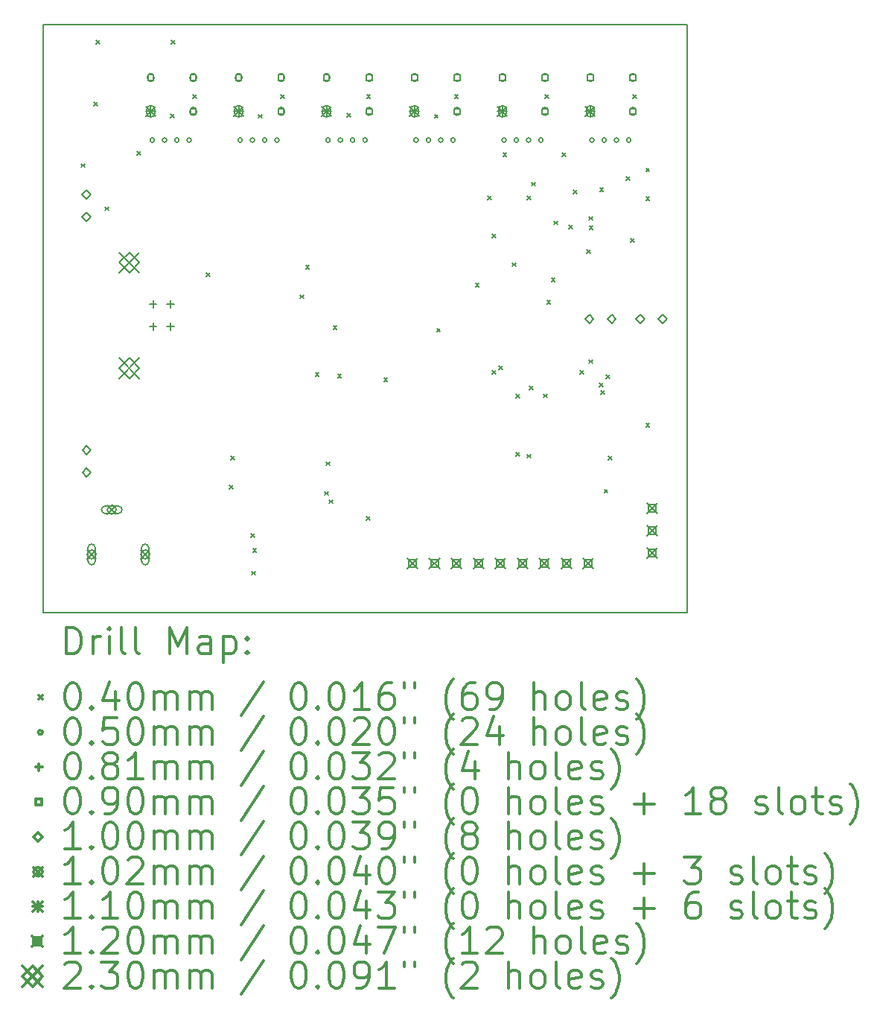
<source format=gbr>
%FSLAX45Y45*%
G04 Gerber Fmt 4.5, Leading zero omitted, Abs format (unit mm)*
G04 Created by KiCad (PCBNEW 4.0.1-stable) date 07.06.2016 17:51:53*
%MOMM*%
G01*
G04 APERTURE LIST*
%ADD10C,0.127000*%
%ADD11C,0.150000*%
%ADD12C,0.200000*%
%ADD13C,0.300000*%
G04 APERTURE END LIST*
D10*
D11*
X9525000Y-4850000D02*
X16850000Y-4850000D01*
X9525000Y-11525000D02*
X9525000Y-4850000D01*
X16850000Y-11525000D02*
X9525000Y-11525000D01*
X16850000Y-4850000D02*
X16850000Y-11525000D01*
D12*
X9960000Y-6430000D02*
X10000000Y-6470000D01*
X10000000Y-6430000D02*
X9960000Y-6470000D01*
X10103812Y-5730000D02*
X10143812Y-5770000D01*
X10143812Y-5730000D02*
X10103812Y-5770000D01*
X10130000Y-5030000D02*
X10170000Y-5070000D01*
X10170000Y-5030000D02*
X10130000Y-5070000D01*
X10230000Y-6920000D02*
X10270000Y-6960000D01*
X10270000Y-6920000D02*
X10230000Y-6960000D01*
X10595000Y-6291000D02*
X10635000Y-6331000D01*
X10635000Y-6291000D02*
X10595000Y-6331000D01*
X10975000Y-5865000D02*
X11015000Y-5905000D01*
X11015000Y-5865000D02*
X10975000Y-5905000D01*
X10980000Y-5030000D02*
X11020000Y-5070000D01*
X11020000Y-5030000D02*
X10980000Y-5070000D01*
X11230000Y-5646466D02*
X11270000Y-5686466D01*
X11270000Y-5646466D02*
X11230000Y-5686466D01*
X11380000Y-7670000D02*
X11420000Y-7710000D01*
X11420000Y-7670000D02*
X11380000Y-7710000D01*
X11640000Y-10080000D02*
X11680000Y-10120000D01*
X11680000Y-10080000D02*
X11640000Y-10120000D01*
X11660000Y-9750000D02*
X11700000Y-9790000D01*
X11700000Y-9750000D02*
X11660000Y-9790000D01*
X11890000Y-10635000D02*
X11930000Y-10675000D01*
X11930000Y-10635000D02*
X11890000Y-10675000D01*
X11895000Y-11060000D02*
X11935000Y-11100000D01*
X11935000Y-11060000D02*
X11895000Y-11100000D01*
X11910000Y-10805000D02*
X11950000Y-10845000D01*
X11950000Y-10805000D02*
X11910000Y-10845000D01*
X11975000Y-5870000D02*
X12015000Y-5910000D01*
X12015000Y-5870000D02*
X11975000Y-5910000D01*
X12230000Y-5646466D02*
X12270000Y-5686466D01*
X12270000Y-5646466D02*
X12230000Y-5686466D01*
X12450001Y-7920000D02*
X12490001Y-7960000D01*
X12490001Y-7920000D02*
X12450001Y-7960000D01*
X12510000Y-7585000D02*
X12550000Y-7625000D01*
X12550000Y-7585000D02*
X12510000Y-7625000D01*
X12620000Y-8805000D02*
X12660000Y-8845000D01*
X12660000Y-8805000D02*
X12620000Y-8845000D01*
X12725000Y-10155000D02*
X12765000Y-10195000D01*
X12765000Y-10155000D02*
X12725000Y-10195000D01*
X12745000Y-9816000D02*
X12785000Y-9856000D01*
X12785000Y-9816000D02*
X12745000Y-9856000D01*
X12780000Y-10247500D02*
X12820000Y-10287500D01*
X12820000Y-10247500D02*
X12780000Y-10287500D01*
X12825000Y-8270000D02*
X12865000Y-8310000D01*
X12865000Y-8270000D02*
X12825000Y-8310000D01*
X12875000Y-8820000D02*
X12915000Y-8860000D01*
X12915000Y-8820000D02*
X12875000Y-8860000D01*
X12980000Y-5860000D02*
X13020000Y-5900000D01*
X13020000Y-5860000D02*
X12980000Y-5900000D01*
X13200000Y-10440000D02*
X13240000Y-10480000D01*
X13240000Y-10440000D02*
X13200000Y-10480000D01*
X13205000Y-5646466D02*
X13245000Y-5686466D01*
X13245000Y-5646466D02*
X13205000Y-5686466D01*
X13400000Y-8865000D02*
X13440000Y-8905000D01*
X13440000Y-8865000D02*
X13400000Y-8905000D01*
X13975000Y-5870000D02*
X14015000Y-5910000D01*
X14015000Y-5870000D02*
X13975000Y-5910000D01*
X14000000Y-8300000D02*
X14040000Y-8340000D01*
X14040000Y-8300000D02*
X14000000Y-8340000D01*
X14205000Y-5646466D02*
X14245000Y-5686466D01*
X14245000Y-5646466D02*
X14205000Y-5686466D01*
X14440000Y-7790000D02*
X14480000Y-7830000D01*
X14480000Y-7790000D02*
X14440000Y-7830000D01*
X14581000Y-6796000D02*
X14621000Y-6836000D01*
X14621000Y-6796000D02*
X14581000Y-6836000D01*
X14630000Y-7230000D02*
X14670000Y-7270000D01*
X14670000Y-7230000D02*
X14630000Y-7270000D01*
X14630000Y-8780000D02*
X14670000Y-8820000D01*
X14670000Y-8780000D02*
X14630000Y-8820000D01*
X14705000Y-8730000D02*
X14745000Y-8770000D01*
X14745000Y-8730000D02*
X14705000Y-8770000D01*
X14755000Y-6305000D02*
X14795000Y-6345000D01*
X14795000Y-6305000D02*
X14755000Y-6345000D01*
X14860000Y-7555000D02*
X14900000Y-7595000D01*
X14900000Y-7555000D02*
X14860000Y-7595000D01*
X14905000Y-9047986D02*
X14945000Y-9087986D01*
X14945000Y-9047986D02*
X14905000Y-9087986D01*
X14905000Y-9707999D02*
X14945000Y-9747999D01*
X14945000Y-9707999D02*
X14905000Y-9747999D01*
X15030000Y-6800000D02*
X15070000Y-6840000D01*
X15070000Y-6800000D02*
X15030000Y-6840000D01*
X15030000Y-9730000D02*
X15070000Y-9770000D01*
X15070000Y-9730000D02*
X15030000Y-9770000D01*
X15055000Y-8955000D02*
X15095000Y-8995000D01*
X15095000Y-8955000D02*
X15055000Y-8995000D01*
X15077886Y-6640344D02*
X15117886Y-6680344D01*
X15117886Y-6640344D02*
X15077886Y-6680344D01*
X15215000Y-9045576D02*
X15255000Y-9085576D01*
X15255000Y-9045576D02*
X15215000Y-9085576D01*
X15230000Y-5646466D02*
X15270000Y-5686466D01*
X15270000Y-5646466D02*
X15230000Y-5686466D01*
X15255000Y-7980000D02*
X15295000Y-8020000D01*
X15295000Y-7980000D02*
X15255000Y-8020000D01*
X15305000Y-7730000D02*
X15345000Y-7770000D01*
X15345000Y-7730000D02*
X15305000Y-7770000D01*
X15332500Y-7080000D02*
X15372500Y-7120000D01*
X15372500Y-7080000D02*
X15332500Y-7120000D01*
X15430000Y-6305000D02*
X15470000Y-6345000D01*
X15470000Y-6305000D02*
X15430000Y-6345000D01*
X15505000Y-7130000D02*
X15545000Y-7170000D01*
X15545000Y-7130000D02*
X15505000Y-7170000D01*
X15555000Y-6730000D02*
X15595000Y-6770000D01*
X15595000Y-6730000D02*
X15555000Y-6770000D01*
X15630000Y-8780000D02*
X15670000Y-8820000D01*
X15670000Y-8780000D02*
X15630000Y-8820000D01*
X15705000Y-7405000D02*
X15745000Y-7445000D01*
X15745000Y-7405000D02*
X15705000Y-7445000D01*
X15730000Y-7030000D02*
X15770000Y-7070000D01*
X15770000Y-7030000D02*
X15730000Y-7070000D01*
X15730000Y-8655000D02*
X15770000Y-8695000D01*
X15770000Y-8655000D02*
X15730000Y-8695000D01*
X15736569Y-7136569D02*
X15776569Y-7176569D01*
X15776569Y-7136569D02*
X15736569Y-7176569D01*
X15850000Y-8920000D02*
X15890000Y-8960000D01*
X15890000Y-8920000D02*
X15850000Y-8960000D01*
X15855000Y-6705000D02*
X15895000Y-6745000D01*
X15895000Y-6705000D02*
X15855000Y-6745000D01*
X15870000Y-9010000D02*
X15910000Y-9050000D01*
X15910000Y-9010000D02*
X15870000Y-9050000D01*
X15905000Y-10130000D02*
X15945000Y-10170000D01*
X15945000Y-10130000D02*
X15905000Y-10170000D01*
X15930000Y-8830000D02*
X15970000Y-8870000D01*
X15970000Y-8830000D02*
X15930000Y-8870000D01*
X15955000Y-9755000D02*
X15995000Y-9795000D01*
X15995000Y-9755000D02*
X15955000Y-9795000D01*
X16155000Y-6580000D02*
X16195000Y-6620000D01*
X16195000Y-6580000D02*
X16155000Y-6620000D01*
X16205000Y-7280000D02*
X16245000Y-7320000D01*
X16245000Y-7280000D02*
X16205000Y-7320000D01*
X16230000Y-5646466D02*
X16270000Y-5686466D01*
X16270000Y-5646466D02*
X16230000Y-5686466D01*
X16380000Y-6480000D02*
X16420000Y-6520000D01*
X16420000Y-6480000D02*
X16380000Y-6520000D01*
X16380000Y-6805000D02*
X16420000Y-6845000D01*
X16420000Y-6805000D02*
X16380000Y-6845000D01*
X16380000Y-9380000D02*
X16420000Y-9420000D01*
X16420000Y-9380000D02*
X16380000Y-9420000D01*
X10790000Y-6161000D02*
G75*
G03X10790000Y-6161000I-25000J0D01*
G01*
X10930000Y-6161000D02*
G75*
G03X10930000Y-6161000I-25000J0D01*
G01*
X11070000Y-6161000D02*
G75*
G03X11070000Y-6161000I-25000J0D01*
G01*
X11210000Y-6161000D02*
G75*
G03X11210000Y-6161000I-25000J0D01*
G01*
X11790000Y-6161000D02*
G75*
G03X11790000Y-6161000I-25000J0D01*
G01*
X11930000Y-6161000D02*
G75*
G03X11930000Y-6161000I-25000J0D01*
G01*
X12070000Y-6161000D02*
G75*
G03X12070000Y-6161000I-25000J0D01*
G01*
X12210000Y-6161000D02*
G75*
G03X12210000Y-6161000I-25000J0D01*
G01*
X12790000Y-6161000D02*
G75*
G03X12790000Y-6161000I-25000J0D01*
G01*
X12930000Y-6161000D02*
G75*
G03X12930000Y-6161000I-25000J0D01*
G01*
X13070000Y-6161000D02*
G75*
G03X13070000Y-6161000I-25000J0D01*
G01*
X13210000Y-6161000D02*
G75*
G03X13210000Y-6161000I-25000J0D01*
G01*
X13790000Y-6161000D02*
G75*
G03X13790000Y-6161000I-25000J0D01*
G01*
X13930000Y-6161000D02*
G75*
G03X13930000Y-6161000I-25000J0D01*
G01*
X14070000Y-6161000D02*
G75*
G03X14070000Y-6161000I-25000J0D01*
G01*
X14210000Y-6161000D02*
G75*
G03X14210000Y-6161000I-25000J0D01*
G01*
X14790000Y-6161000D02*
G75*
G03X14790000Y-6161000I-25000J0D01*
G01*
X14930000Y-6161000D02*
G75*
G03X14930000Y-6161000I-25000J0D01*
G01*
X15070000Y-6161000D02*
G75*
G03X15070000Y-6161000I-25000J0D01*
G01*
X15210000Y-6161000D02*
G75*
G03X15210000Y-6161000I-25000J0D01*
G01*
X15790000Y-6161000D02*
G75*
G03X15790000Y-6161000I-25000J0D01*
G01*
X15930000Y-6161000D02*
G75*
G03X15930000Y-6161000I-25000J0D01*
G01*
X16070000Y-6161000D02*
G75*
G03X16070000Y-6161000I-25000J0D01*
G01*
X16210000Y-6161000D02*
G75*
G03X16210000Y-6161000I-25000J0D01*
G01*
X10775000Y-7984360D02*
X10775000Y-8065640D01*
X10734360Y-8025000D02*
X10815640Y-8025000D01*
X10775000Y-8238360D02*
X10775000Y-8319640D01*
X10734360Y-8279000D02*
X10815640Y-8279000D01*
X10974898Y-7984360D02*
X10974898Y-8065640D01*
X10934258Y-8025000D02*
X11015538Y-8025000D01*
X10974898Y-8238360D02*
X10974898Y-8319640D01*
X10934258Y-8279000D02*
X11015538Y-8279000D01*
X10779820Y-5481820D02*
X10779820Y-5418180D01*
X10716180Y-5418180D01*
X10716180Y-5481820D01*
X10779820Y-5481820D01*
X10713000Y-5440000D02*
X10713000Y-5460000D01*
X10783000Y-5440000D02*
X10783000Y-5460000D01*
X10713000Y-5460000D02*
G75*
G03X10783000Y-5460000I35000J0D01*
G01*
X10783000Y-5440000D02*
G75*
G03X10713000Y-5440000I-35000J0D01*
G01*
X11263820Y-5481820D02*
X11263820Y-5418180D01*
X11200180Y-5418180D01*
X11200180Y-5481820D01*
X11263820Y-5481820D01*
X11197000Y-5440000D02*
X11197000Y-5460000D01*
X11267000Y-5440000D02*
X11267000Y-5460000D01*
X11197000Y-5460000D02*
G75*
G03X11267000Y-5460000I35000J0D01*
G01*
X11267000Y-5440000D02*
G75*
G03X11197000Y-5440000I-35000J0D01*
G01*
X11263820Y-5865820D02*
X11263820Y-5802180D01*
X11200180Y-5802180D01*
X11200180Y-5865820D01*
X11263820Y-5865820D01*
X11197000Y-5824000D02*
X11197000Y-5844000D01*
X11267000Y-5824000D02*
X11267000Y-5844000D01*
X11197000Y-5844000D02*
G75*
G03X11267000Y-5844000I35000J0D01*
G01*
X11267000Y-5824000D02*
G75*
G03X11197000Y-5824000I-35000J0D01*
G01*
X11779820Y-5481820D02*
X11779820Y-5418180D01*
X11716180Y-5418180D01*
X11716180Y-5481820D01*
X11779820Y-5481820D01*
X11713000Y-5440000D02*
X11713000Y-5460000D01*
X11783000Y-5440000D02*
X11783000Y-5460000D01*
X11713000Y-5460000D02*
G75*
G03X11783000Y-5460000I35000J0D01*
G01*
X11783000Y-5440000D02*
G75*
G03X11713000Y-5440000I-35000J0D01*
G01*
X12263820Y-5481820D02*
X12263820Y-5418180D01*
X12200180Y-5418180D01*
X12200180Y-5481820D01*
X12263820Y-5481820D01*
X12197000Y-5440000D02*
X12197000Y-5460000D01*
X12267000Y-5440000D02*
X12267000Y-5460000D01*
X12197000Y-5460000D02*
G75*
G03X12267000Y-5460000I35000J0D01*
G01*
X12267000Y-5440000D02*
G75*
G03X12197000Y-5440000I-35000J0D01*
G01*
X12263820Y-5865820D02*
X12263820Y-5802180D01*
X12200180Y-5802180D01*
X12200180Y-5865820D01*
X12263820Y-5865820D01*
X12197000Y-5824000D02*
X12197000Y-5844000D01*
X12267000Y-5824000D02*
X12267000Y-5844000D01*
X12197000Y-5844000D02*
G75*
G03X12267000Y-5844000I35000J0D01*
G01*
X12267000Y-5824000D02*
G75*
G03X12197000Y-5824000I-35000J0D01*
G01*
X12779820Y-5481820D02*
X12779820Y-5418180D01*
X12716180Y-5418180D01*
X12716180Y-5481820D01*
X12779820Y-5481820D01*
X12713000Y-5440000D02*
X12713000Y-5460000D01*
X12783000Y-5440000D02*
X12783000Y-5460000D01*
X12713000Y-5460000D02*
G75*
G03X12783000Y-5460000I35000J0D01*
G01*
X12783000Y-5440000D02*
G75*
G03X12713000Y-5440000I-35000J0D01*
G01*
X13263820Y-5481820D02*
X13263820Y-5418180D01*
X13200180Y-5418180D01*
X13200180Y-5481820D01*
X13263820Y-5481820D01*
X13197000Y-5440000D02*
X13197000Y-5460000D01*
X13267000Y-5440000D02*
X13267000Y-5460000D01*
X13197000Y-5460000D02*
G75*
G03X13267000Y-5460000I35000J0D01*
G01*
X13267000Y-5440000D02*
G75*
G03X13197000Y-5440000I-35000J0D01*
G01*
X13263820Y-5865820D02*
X13263820Y-5802180D01*
X13200180Y-5802180D01*
X13200180Y-5865820D01*
X13263820Y-5865820D01*
X13197000Y-5824000D02*
X13197000Y-5844000D01*
X13267000Y-5824000D02*
X13267000Y-5844000D01*
X13197000Y-5844000D02*
G75*
G03X13267000Y-5844000I35000J0D01*
G01*
X13267000Y-5824000D02*
G75*
G03X13197000Y-5824000I-35000J0D01*
G01*
X13779820Y-5481820D02*
X13779820Y-5418180D01*
X13716180Y-5418180D01*
X13716180Y-5481820D01*
X13779820Y-5481820D01*
X13713000Y-5440000D02*
X13713000Y-5460000D01*
X13783000Y-5440000D02*
X13783000Y-5460000D01*
X13713000Y-5460000D02*
G75*
G03X13783000Y-5460000I35000J0D01*
G01*
X13783000Y-5440000D02*
G75*
G03X13713000Y-5440000I-35000J0D01*
G01*
X14263820Y-5481820D02*
X14263820Y-5418180D01*
X14200180Y-5418180D01*
X14200180Y-5481820D01*
X14263820Y-5481820D01*
X14197000Y-5440000D02*
X14197000Y-5460000D01*
X14267000Y-5440000D02*
X14267000Y-5460000D01*
X14197000Y-5460000D02*
G75*
G03X14267000Y-5460000I35000J0D01*
G01*
X14267000Y-5440000D02*
G75*
G03X14197000Y-5440000I-35000J0D01*
G01*
X14263820Y-5865820D02*
X14263820Y-5802180D01*
X14200180Y-5802180D01*
X14200180Y-5865820D01*
X14263820Y-5865820D01*
X14197000Y-5824000D02*
X14197000Y-5844000D01*
X14267000Y-5824000D02*
X14267000Y-5844000D01*
X14197000Y-5844000D02*
G75*
G03X14267000Y-5844000I35000J0D01*
G01*
X14267000Y-5824000D02*
G75*
G03X14197000Y-5824000I-35000J0D01*
G01*
X14779820Y-5481820D02*
X14779820Y-5418180D01*
X14716180Y-5418180D01*
X14716180Y-5481820D01*
X14779820Y-5481820D01*
X14713000Y-5440000D02*
X14713000Y-5460000D01*
X14783000Y-5440000D02*
X14783000Y-5460000D01*
X14713000Y-5460000D02*
G75*
G03X14783000Y-5460000I35000J0D01*
G01*
X14783000Y-5440000D02*
G75*
G03X14713000Y-5440000I-35000J0D01*
G01*
X15263820Y-5481820D02*
X15263820Y-5418180D01*
X15200180Y-5418180D01*
X15200180Y-5481820D01*
X15263820Y-5481820D01*
X15197000Y-5440000D02*
X15197000Y-5460000D01*
X15267000Y-5440000D02*
X15267000Y-5460000D01*
X15197000Y-5460000D02*
G75*
G03X15267000Y-5460000I35000J0D01*
G01*
X15267000Y-5440000D02*
G75*
G03X15197000Y-5440000I-35000J0D01*
G01*
X15263820Y-5865820D02*
X15263820Y-5802180D01*
X15200180Y-5802180D01*
X15200180Y-5865820D01*
X15263820Y-5865820D01*
X15197000Y-5824000D02*
X15197000Y-5844000D01*
X15267000Y-5824000D02*
X15267000Y-5844000D01*
X15197000Y-5844000D02*
G75*
G03X15267000Y-5844000I35000J0D01*
G01*
X15267000Y-5824000D02*
G75*
G03X15197000Y-5824000I-35000J0D01*
G01*
X15779820Y-5481820D02*
X15779820Y-5418180D01*
X15716180Y-5418180D01*
X15716180Y-5481820D01*
X15779820Y-5481820D01*
X15713000Y-5440000D02*
X15713000Y-5460000D01*
X15783000Y-5440000D02*
X15783000Y-5460000D01*
X15713000Y-5460000D02*
G75*
G03X15783000Y-5460000I35000J0D01*
G01*
X15783000Y-5440000D02*
G75*
G03X15713000Y-5440000I-35000J0D01*
G01*
X16263820Y-5481820D02*
X16263820Y-5418180D01*
X16200180Y-5418180D01*
X16200180Y-5481820D01*
X16263820Y-5481820D01*
X16197000Y-5440000D02*
X16197000Y-5460000D01*
X16267000Y-5440000D02*
X16267000Y-5460000D01*
X16197000Y-5460000D02*
G75*
G03X16267000Y-5460000I35000J0D01*
G01*
X16267000Y-5440000D02*
G75*
G03X16197000Y-5440000I-35000J0D01*
G01*
X16263820Y-5865820D02*
X16263820Y-5802180D01*
X16200180Y-5802180D01*
X16200180Y-5865820D01*
X16263820Y-5865820D01*
X16197000Y-5824000D02*
X16197000Y-5844000D01*
X16267000Y-5824000D02*
X16267000Y-5844000D01*
X16197000Y-5844000D02*
G75*
G03X16267000Y-5844000I35000J0D01*
G01*
X16267000Y-5824000D02*
G75*
G03X16197000Y-5824000I-35000J0D01*
G01*
X10015000Y-6826038D02*
X10065038Y-6776000D01*
X10015000Y-6725962D01*
X9964962Y-6776000D01*
X10015000Y-6826038D01*
X10015000Y-7080038D02*
X10065038Y-7030000D01*
X10015000Y-6979962D01*
X9964962Y-7030000D01*
X10015000Y-7080038D01*
X10020000Y-9735038D02*
X10070038Y-9685000D01*
X10020000Y-9634962D01*
X9969962Y-9685000D01*
X10020000Y-9735038D01*
X10020000Y-9989038D02*
X10070038Y-9939000D01*
X10020000Y-9888962D01*
X9969962Y-9939000D01*
X10020000Y-9989038D01*
X15736000Y-8245038D02*
X15786038Y-8195000D01*
X15736000Y-8144962D01*
X15685962Y-8195000D01*
X15736000Y-8245038D01*
X15990000Y-8245038D02*
X16040038Y-8195000D01*
X15990000Y-8144962D01*
X15939962Y-8195000D01*
X15990000Y-8245038D01*
X16315000Y-8245038D02*
X16365038Y-8195000D01*
X16315000Y-8144962D01*
X16264962Y-8195000D01*
X16315000Y-8245038D01*
X16569000Y-8245038D02*
X16619038Y-8195000D01*
X16569000Y-8144962D01*
X16518962Y-8195000D01*
X16569000Y-8245038D01*
X10025600Y-10817200D02*
X10127200Y-10918800D01*
X10127200Y-10817200D02*
X10025600Y-10918800D01*
X10127200Y-10868000D02*
G75*
G03X10127200Y-10868000I-50800J0D01*
G01*
X10035600Y-10791800D02*
X10035600Y-10944200D01*
X10117200Y-10791800D02*
X10117200Y-10944200D01*
X10035600Y-10944200D02*
G75*
G03X10117200Y-10944200I40800J0D01*
G01*
X10117200Y-10791800D02*
G75*
G03X10035600Y-10791800I-40800J0D01*
G01*
X10254200Y-10309200D02*
X10355800Y-10410800D01*
X10355800Y-10309200D02*
X10254200Y-10410800D01*
X10355800Y-10360000D02*
G75*
G03X10355800Y-10360000I-50800J0D01*
G01*
X10228800Y-10400800D02*
X10381200Y-10400800D01*
X10228800Y-10319200D02*
X10381200Y-10319200D01*
X10381200Y-10400800D02*
G75*
G03X10381200Y-10319200I0J40800D01*
G01*
X10228800Y-10319200D02*
G75*
G03X10228800Y-10400800I0J-40800D01*
G01*
X10635200Y-10817200D02*
X10736800Y-10918800D01*
X10736800Y-10817200D02*
X10635200Y-10918800D01*
X10736800Y-10868000D02*
G75*
G03X10736800Y-10868000I-50800J0D01*
G01*
X10645200Y-10791800D02*
X10645200Y-10944200D01*
X10726800Y-10791800D02*
X10726800Y-10944200D01*
X10645200Y-10944200D02*
G75*
G03X10726800Y-10944200I40800J0D01*
G01*
X10726800Y-10791800D02*
G75*
G03X10645200Y-10791800I-40800J0D01*
G01*
X10693000Y-5779000D02*
X10803000Y-5889000D01*
X10803000Y-5779000D02*
X10693000Y-5889000D01*
X10748000Y-5779000D02*
X10748000Y-5889000D01*
X10693000Y-5834000D02*
X10803000Y-5834000D01*
X10703000Y-5814000D02*
X10703000Y-5854000D01*
X10793000Y-5814000D02*
X10793000Y-5854000D01*
X10703000Y-5854000D02*
G75*
G03X10793000Y-5854000I45000J0D01*
G01*
X10793000Y-5814000D02*
G75*
G03X10703000Y-5814000I-45000J0D01*
G01*
X11693000Y-5779000D02*
X11803000Y-5889000D01*
X11803000Y-5779000D02*
X11693000Y-5889000D01*
X11748000Y-5779000D02*
X11748000Y-5889000D01*
X11693000Y-5834000D02*
X11803000Y-5834000D01*
X11703000Y-5814000D02*
X11703000Y-5854000D01*
X11793000Y-5814000D02*
X11793000Y-5854000D01*
X11703000Y-5854000D02*
G75*
G03X11793000Y-5854000I45000J0D01*
G01*
X11793000Y-5814000D02*
G75*
G03X11703000Y-5814000I-45000J0D01*
G01*
X12693000Y-5779000D02*
X12803000Y-5889000D01*
X12803000Y-5779000D02*
X12693000Y-5889000D01*
X12748000Y-5779000D02*
X12748000Y-5889000D01*
X12693000Y-5834000D02*
X12803000Y-5834000D01*
X12703000Y-5814000D02*
X12703000Y-5854000D01*
X12793000Y-5814000D02*
X12793000Y-5854000D01*
X12703000Y-5854000D02*
G75*
G03X12793000Y-5854000I45000J0D01*
G01*
X12793000Y-5814000D02*
G75*
G03X12703000Y-5814000I-45000J0D01*
G01*
X13693000Y-5779000D02*
X13803000Y-5889000D01*
X13803000Y-5779000D02*
X13693000Y-5889000D01*
X13748000Y-5779000D02*
X13748000Y-5889000D01*
X13693000Y-5834000D02*
X13803000Y-5834000D01*
X13703000Y-5814000D02*
X13703000Y-5854000D01*
X13793000Y-5814000D02*
X13793000Y-5854000D01*
X13703000Y-5854000D02*
G75*
G03X13793000Y-5854000I45000J0D01*
G01*
X13793000Y-5814000D02*
G75*
G03X13703000Y-5814000I-45000J0D01*
G01*
X14693000Y-5779000D02*
X14803000Y-5889000D01*
X14803000Y-5779000D02*
X14693000Y-5889000D01*
X14748000Y-5779000D02*
X14748000Y-5889000D01*
X14693000Y-5834000D02*
X14803000Y-5834000D01*
X14703000Y-5814000D02*
X14703000Y-5854000D01*
X14793000Y-5814000D02*
X14793000Y-5854000D01*
X14703000Y-5854000D02*
G75*
G03X14793000Y-5854000I45000J0D01*
G01*
X14793000Y-5814000D02*
G75*
G03X14703000Y-5814000I-45000J0D01*
G01*
X15693000Y-5779000D02*
X15803000Y-5889000D01*
X15803000Y-5779000D02*
X15693000Y-5889000D01*
X15748000Y-5779000D02*
X15748000Y-5889000D01*
X15693000Y-5834000D02*
X15803000Y-5834000D01*
X15703000Y-5814000D02*
X15703000Y-5854000D01*
X15793000Y-5814000D02*
X15793000Y-5854000D01*
X15703000Y-5854000D02*
G75*
G03X15793000Y-5854000I45000J0D01*
G01*
X15793000Y-5814000D02*
G75*
G03X15703000Y-5814000I-45000J0D01*
G01*
X13661350Y-10910000D02*
X13781350Y-11030000D01*
X13781350Y-10910000D02*
X13661350Y-11030000D01*
X13763777Y-11012427D02*
X13763777Y-10927573D01*
X13678923Y-10927573D01*
X13678923Y-11012427D01*
X13763777Y-11012427D01*
X13915000Y-10910000D02*
X14035000Y-11030000D01*
X14035000Y-10910000D02*
X13915000Y-11030000D01*
X14017427Y-11012427D02*
X14017427Y-10927573D01*
X13932573Y-10927573D01*
X13932573Y-11012427D01*
X14017427Y-11012427D01*
X14165000Y-10910000D02*
X14285000Y-11030000D01*
X14285000Y-10910000D02*
X14165000Y-11030000D01*
X14267427Y-11012427D02*
X14267427Y-10927573D01*
X14182573Y-10927573D01*
X14182573Y-11012427D01*
X14267427Y-11012427D01*
X14415000Y-10910000D02*
X14535000Y-11030000D01*
X14535000Y-10910000D02*
X14415000Y-11030000D01*
X14517427Y-11012427D02*
X14517427Y-10927573D01*
X14432573Y-10927573D01*
X14432573Y-11012427D01*
X14517427Y-11012427D01*
X14665000Y-10910000D02*
X14785000Y-11030000D01*
X14785000Y-10910000D02*
X14665000Y-11030000D01*
X14767427Y-11012427D02*
X14767427Y-10927573D01*
X14682573Y-10927573D01*
X14682573Y-11012427D01*
X14767427Y-11012427D01*
X14915000Y-10910000D02*
X15035000Y-11030000D01*
X15035000Y-10910000D02*
X14915000Y-11030000D01*
X15017427Y-11012427D02*
X15017427Y-10927573D01*
X14932573Y-10927573D01*
X14932573Y-11012427D01*
X15017427Y-11012427D01*
X15161000Y-10910000D02*
X15281000Y-11030000D01*
X15281000Y-10910000D02*
X15161000Y-11030000D01*
X15263427Y-11012427D02*
X15263427Y-10927573D01*
X15178573Y-10927573D01*
X15178573Y-11012427D01*
X15263427Y-11012427D01*
X15415000Y-10910000D02*
X15535000Y-11030000D01*
X15535000Y-10910000D02*
X15415000Y-11030000D01*
X15517427Y-11012427D02*
X15517427Y-10927573D01*
X15432573Y-10927573D01*
X15432573Y-11012427D01*
X15517427Y-11012427D01*
X15665000Y-10910000D02*
X15785000Y-11030000D01*
X15785000Y-10910000D02*
X15665000Y-11030000D01*
X15767427Y-11012427D02*
X15767427Y-10927573D01*
X15682573Y-10927573D01*
X15682573Y-11012427D01*
X15767427Y-11012427D01*
X16390000Y-10286000D02*
X16510000Y-10406000D01*
X16510000Y-10286000D02*
X16390000Y-10406000D01*
X16492427Y-10388427D02*
X16492427Y-10303573D01*
X16407573Y-10303573D01*
X16407573Y-10388427D01*
X16492427Y-10388427D01*
X16390000Y-10536000D02*
X16510000Y-10656000D01*
X16510000Y-10536000D02*
X16390000Y-10656000D01*
X16492427Y-10638427D02*
X16492427Y-10553573D01*
X16407573Y-10553573D01*
X16407573Y-10638427D01*
X16492427Y-10638427D01*
X16390000Y-10790000D02*
X16510000Y-10910000D01*
X16510000Y-10790000D02*
X16390000Y-10910000D01*
X16492427Y-10892427D02*
X16492427Y-10807573D01*
X16407573Y-10807573D01*
X16407573Y-10892427D01*
X16492427Y-10892427D01*
X10389936Y-7436990D02*
X10620060Y-7667114D01*
X10620060Y-7436990D02*
X10389936Y-7667114D01*
X10504998Y-7667114D02*
X10620060Y-7552052D01*
X10504998Y-7436990D01*
X10389936Y-7552052D01*
X10504998Y-7667114D01*
X10389936Y-8636886D02*
X10620060Y-8867010D01*
X10620060Y-8636886D02*
X10389936Y-8867010D01*
X10504998Y-8867010D02*
X10620060Y-8751948D01*
X10504998Y-8636886D01*
X10389936Y-8751948D01*
X10504998Y-8867010D01*
D13*
X9788929Y-11998214D02*
X9788929Y-11698214D01*
X9860357Y-11698214D01*
X9903214Y-11712500D01*
X9931786Y-11741071D01*
X9946071Y-11769643D01*
X9960357Y-11826786D01*
X9960357Y-11869643D01*
X9946071Y-11926786D01*
X9931786Y-11955357D01*
X9903214Y-11983929D01*
X9860357Y-11998214D01*
X9788929Y-11998214D01*
X10088929Y-11998214D02*
X10088929Y-11798214D01*
X10088929Y-11855357D02*
X10103214Y-11826786D01*
X10117500Y-11812500D01*
X10146071Y-11798214D01*
X10174643Y-11798214D01*
X10274643Y-11998214D02*
X10274643Y-11798214D01*
X10274643Y-11698214D02*
X10260357Y-11712500D01*
X10274643Y-11726786D01*
X10288929Y-11712500D01*
X10274643Y-11698214D01*
X10274643Y-11726786D01*
X10460357Y-11998214D02*
X10431786Y-11983929D01*
X10417500Y-11955357D01*
X10417500Y-11698214D01*
X10617500Y-11998214D02*
X10588929Y-11983929D01*
X10574643Y-11955357D01*
X10574643Y-11698214D01*
X10960357Y-11998214D02*
X10960357Y-11698214D01*
X11060357Y-11912500D01*
X11160357Y-11698214D01*
X11160357Y-11998214D01*
X11431786Y-11998214D02*
X11431786Y-11841071D01*
X11417500Y-11812500D01*
X11388928Y-11798214D01*
X11331786Y-11798214D01*
X11303214Y-11812500D01*
X11431786Y-11983929D02*
X11403214Y-11998214D01*
X11331786Y-11998214D01*
X11303214Y-11983929D01*
X11288928Y-11955357D01*
X11288928Y-11926786D01*
X11303214Y-11898214D01*
X11331786Y-11883929D01*
X11403214Y-11883929D01*
X11431786Y-11869643D01*
X11574643Y-11798214D02*
X11574643Y-12098214D01*
X11574643Y-11812500D02*
X11603214Y-11798214D01*
X11660357Y-11798214D01*
X11688928Y-11812500D01*
X11703214Y-11826786D01*
X11717500Y-11855357D01*
X11717500Y-11941071D01*
X11703214Y-11969643D01*
X11688928Y-11983929D01*
X11660357Y-11998214D01*
X11603214Y-11998214D01*
X11574643Y-11983929D01*
X11846071Y-11969643D02*
X11860357Y-11983929D01*
X11846071Y-11998214D01*
X11831786Y-11983929D01*
X11846071Y-11969643D01*
X11846071Y-11998214D01*
X11846071Y-11812500D02*
X11860357Y-11826786D01*
X11846071Y-11841071D01*
X11831786Y-11826786D01*
X11846071Y-11812500D01*
X11846071Y-11841071D01*
X9477500Y-12472500D02*
X9517500Y-12512500D01*
X9517500Y-12472500D02*
X9477500Y-12512500D01*
X9846071Y-12328214D02*
X9874643Y-12328214D01*
X9903214Y-12342500D01*
X9917500Y-12356786D01*
X9931786Y-12385357D01*
X9946071Y-12442500D01*
X9946071Y-12513929D01*
X9931786Y-12571071D01*
X9917500Y-12599643D01*
X9903214Y-12613929D01*
X9874643Y-12628214D01*
X9846071Y-12628214D01*
X9817500Y-12613929D01*
X9803214Y-12599643D01*
X9788929Y-12571071D01*
X9774643Y-12513929D01*
X9774643Y-12442500D01*
X9788929Y-12385357D01*
X9803214Y-12356786D01*
X9817500Y-12342500D01*
X9846071Y-12328214D01*
X10074643Y-12599643D02*
X10088929Y-12613929D01*
X10074643Y-12628214D01*
X10060357Y-12613929D01*
X10074643Y-12599643D01*
X10074643Y-12628214D01*
X10346071Y-12428214D02*
X10346071Y-12628214D01*
X10274643Y-12313929D02*
X10203214Y-12528214D01*
X10388928Y-12528214D01*
X10560357Y-12328214D02*
X10588929Y-12328214D01*
X10617500Y-12342500D01*
X10631786Y-12356786D01*
X10646071Y-12385357D01*
X10660357Y-12442500D01*
X10660357Y-12513929D01*
X10646071Y-12571071D01*
X10631786Y-12599643D01*
X10617500Y-12613929D01*
X10588929Y-12628214D01*
X10560357Y-12628214D01*
X10531786Y-12613929D01*
X10517500Y-12599643D01*
X10503214Y-12571071D01*
X10488929Y-12513929D01*
X10488929Y-12442500D01*
X10503214Y-12385357D01*
X10517500Y-12356786D01*
X10531786Y-12342500D01*
X10560357Y-12328214D01*
X10788929Y-12628214D02*
X10788929Y-12428214D01*
X10788929Y-12456786D02*
X10803214Y-12442500D01*
X10831786Y-12428214D01*
X10874643Y-12428214D01*
X10903214Y-12442500D01*
X10917500Y-12471071D01*
X10917500Y-12628214D01*
X10917500Y-12471071D02*
X10931786Y-12442500D01*
X10960357Y-12428214D01*
X11003214Y-12428214D01*
X11031786Y-12442500D01*
X11046071Y-12471071D01*
X11046071Y-12628214D01*
X11188928Y-12628214D02*
X11188928Y-12428214D01*
X11188928Y-12456786D02*
X11203214Y-12442500D01*
X11231786Y-12428214D01*
X11274643Y-12428214D01*
X11303214Y-12442500D01*
X11317500Y-12471071D01*
X11317500Y-12628214D01*
X11317500Y-12471071D02*
X11331786Y-12442500D01*
X11360357Y-12428214D01*
X11403214Y-12428214D01*
X11431786Y-12442500D01*
X11446071Y-12471071D01*
X11446071Y-12628214D01*
X12031786Y-12313929D02*
X11774643Y-12699643D01*
X12417500Y-12328214D02*
X12446071Y-12328214D01*
X12474643Y-12342500D01*
X12488928Y-12356786D01*
X12503214Y-12385357D01*
X12517500Y-12442500D01*
X12517500Y-12513929D01*
X12503214Y-12571071D01*
X12488928Y-12599643D01*
X12474643Y-12613929D01*
X12446071Y-12628214D01*
X12417500Y-12628214D01*
X12388928Y-12613929D01*
X12374643Y-12599643D01*
X12360357Y-12571071D01*
X12346071Y-12513929D01*
X12346071Y-12442500D01*
X12360357Y-12385357D01*
X12374643Y-12356786D01*
X12388928Y-12342500D01*
X12417500Y-12328214D01*
X12646071Y-12599643D02*
X12660357Y-12613929D01*
X12646071Y-12628214D01*
X12631786Y-12613929D01*
X12646071Y-12599643D01*
X12646071Y-12628214D01*
X12846071Y-12328214D02*
X12874643Y-12328214D01*
X12903214Y-12342500D01*
X12917500Y-12356786D01*
X12931785Y-12385357D01*
X12946071Y-12442500D01*
X12946071Y-12513929D01*
X12931785Y-12571071D01*
X12917500Y-12599643D01*
X12903214Y-12613929D01*
X12874643Y-12628214D01*
X12846071Y-12628214D01*
X12817500Y-12613929D01*
X12803214Y-12599643D01*
X12788928Y-12571071D01*
X12774643Y-12513929D01*
X12774643Y-12442500D01*
X12788928Y-12385357D01*
X12803214Y-12356786D01*
X12817500Y-12342500D01*
X12846071Y-12328214D01*
X13231785Y-12628214D02*
X13060357Y-12628214D01*
X13146071Y-12628214D02*
X13146071Y-12328214D01*
X13117500Y-12371071D01*
X13088928Y-12399643D01*
X13060357Y-12413929D01*
X13488928Y-12328214D02*
X13431785Y-12328214D01*
X13403214Y-12342500D01*
X13388928Y-12356786D01*
X13360357Y-12399643D01*
X13346071Y-12456786D01*
X13346071Y-12571071D01*
X13360357Y-12599643D01*
X13374643Y-12613929D01*
X13403214Y-12628214D01*
X13460357Y-12628214D01*
X13488928Y-12613929D01*
X13503214Y-12599643D01*
X13517500Y-12571071D01*
X13517500Y-12499643D01*
X13503214Y-12471071D01*
X13488928Y-12456786D01*
X13460357Y-12442500D01*
X13403214Y-12442500D01*
X13374643Y-12456786D01*
X13360357Y-12471071D01*
X13346071Y-12499643D01*
X13631786Y-12328214D02*
X13631786Y-12385357D01*
X13746071Y-12328214D02*
X13746071Y-12385357D01*
X14188928Y-12742500D02*
X14174643Y-12728214D01*
X14146071Y-12685357D01*
X14131785Y-12656786D01*
X14117500Y-12613929D01*
X14103214Y-12542500D01*
X14103214Y-12485357D01*
X14117500Y-12413929D01*
X14131785Y-12371071D01*
X14146071Y-12342500D01*
X14174643Y-12299643D01*
X14188928Y-12285357D01*
X14431785Y-12328214D02*
X14374643Y-12328214D01*
X14346071Y-12342500D01*
X14331785Y-12356786D01*
X14303214Y-12399643D01*
X14288928Y-12456786D01*
X14288928Y-12571071D01*
X14303214Y-12599643D01*
X14317500Y-12613929D01*
X14346071Y-12628214D01*
X14403214Y-12628214D01*
X14431785Y-12613929D01*
X14446071Y-12599643D01*
X14460357Y-12571071D01*
X14460357Y-12499643D01*
X14446071Y-12471071D01*
X14431785Y-12456786D01*
X14403214Y-12442500D01*
X14346071Y-12442500D01*
X14317500Y-12456786D01*
X14303214Y-12471071D01*
X14288928Y-12499643D01*
X14603214Y-12628214D02*
X14660357Y-12628214D01*
X14688928Y-12613929D01*
X14703214Y-12599643D01*
X14731785Y-12556786D01*
X14746071Y-12499643D01*
X14746071Y-12385357D01*
X14731785Y-12356786D01*
X14717500Y-12342500D01*
X14688928Y-12328214D01*
X14631785Y-12328214D01*
X14603214Y-12342500D01*
X14588928Y-12356786D01*
X14574643Y-12385357D01*
X14574643Y-12456786D01*
X14588928Y-12485357D01*
X14603214Y-12499643D01*
X14631785Y-12513929D01*
X14688928Y-12513929D01*
X14717500Y-12499643D01*
X14731785Y-12485357D01*
X14746071Y-12456786D01*
X15103214Y-12628214D02*
X15103214Y-12328214D01*
X15231785Y-12628214D02*
X15231785Y-12471071D01*
X15217500Y-12442500D01*
X15188928Y-12428214D01*
X15146071Y-12428214D01*
X15117500Y-12442500D01*
X15103214Y-12456786D01*
X15417500Y-12628214D02*
X15388928Y-12613929D01*
X15374643Y-12599643D01*
X15360357Y-12571071D01*
X15360357Y-12485357D01*
X15374643Y-12456786D01*
X15388928Y-12442500D01*
X15417500Y-12428214D01*
X15460357Y-12428214D01*
X15488928Y-12442500D01*
X15503214Y-12456786D01*
X15517500Y-12485357D01*
X15517500Y-12571071D01*
X15503214Y-12599643D01*
X15488928Y-12613929D01*
X15460357Y-12628214D01*
X15417500Y-12628214D01*
X15688928Y-12628214D02*
X15660357Y-12613929D01*
X15646071Y-12585357D01*
X15646071Y-12328214D01*
X15917500Y-12613929D02*
X15888928Y-12628214D01*
X15831786Y-12628214D01*
X15803214Y-12613929D01*
X15788928Y-12585357D01*
X15788928Y-12471071D01*
X15803214Y-12442500D01*
X15831786Y-12428214D01*
X15888928Y-12428214D01*
X15917500Y-12442500D01*
X15931786Y-12471071D01*
X15931786Y-12499643D01*
X15788928Y-12528214D01*
X16046071Y-12613929D02*
X16074643Y-12628214D01*
X16131786Y-12628214D01*
X16160357Y-12613929D01*
X16174643Y-12585357D01*
X16174643Y-12571071D01*
X16160357Y-12542500D01*
X16131786Y-12528214D01*
X16088928Y-12528214D01*
X16060357Y-12513929D01*
X16046071Y-12485357D01*
X16046071Y-12471071D01*
X16060357Y-12442500D01*
X16088928Y-12428214D01*
X16131786Y-12428214D01*
X16160357Y-12442500D01*
X16274643Y-12742500D02*
X16288928Y-12728214D01*
X16317500Y-12685357D01*
X16331786Y-12656786D01*
X16346071Y-12613929D01*
X16360357Y-12542500D01*
X16360357Y-12485357D01*
X16346071Y-12413929D01*
X16331786Y-12371071D01*
X16317500Y-12342500D01*
X16288928Y-12299643D01*
X16274643Y-12285357D01*
X9517500Y-12888500D02*
G75*
G03X9517500Y-12888500I-25000J0D01*
G01*
X9846071Y-12724214D02*
X9874643Y-12724214D01*
X9903214Y-12738500D01*
X9917500Y-12752786D01*
X9931786Y-12781357D01*
X9946071Y-12838500D01*
X9946071Y-12909929D01*
X9931786Y-12967071D01*
X9917500Y-12995643D01*
X9903214Y-13009929D01*
X9874643Y-13024214D01*
X9846071Y-13024214D01*
X9817500Y-13009929D01*
X9803214Y-12995643D01*
X9788929Y-12967071D01*
X9774643Y-12909929D01*
X9774643Y-12838500D01*
X9788929Y-12781357D01*
X9803214Y-12752786D01*
X9817500Y-12738500D01*
X9846071Y-12724214D01*
X10074643Y-12995643D02*
X10088929Y-13009929D01*
X10074643Y-13024214D01*
X10060357Y-13009929D01*
X10074643Y-12995643D01*
X10074643Y-13024214D01*
X10360357Y-12724214D02*
X10217500Y-12724214D01*
X10203214Y-12867071D01*
X10217500Y-12852786D01*
X10246071Y-12838500D01*
X10317500Y-12838500D01*
X10346071Y-12852786D01*
X10360357Y-12867071D01*
X10374643Y-12895643D01*
X10374643Y-12967071D01*
X10360357Y-12995643D01*
X10346071Y-13009929D01*
X10317500Y-13024214D01*
X10246071Y-13024214D01*
X10217500Y-13009929D01*
X10203214Y-12995643D01*
X10560357Y-12724214D02*
X10588929Y-12724214D01*
X10617500Y-12738500D01*
X10631786Y-12752786D01*
X10646071Y-12781357D01*
X10660357Y-12838500D01*
X10660357Y-12909929D01*
X10646071Y-12967071D01*
X10631786Y-12995643D01*
X10617500Y-13009929D01*
X10588929Y-13024214D01*
X10560357Y-13024214D01*
X10531786Y-13009929D01*
X10517500Y-12995643D01*
X10503214Y-12967071D01*
X10488929Y-12909929D01*
X10488929Y-12838500D01*
X10503214Y-12781357D01*
X10517500Y-12752786D01*
X10531786Y-12738500D01*
X10560357Y-12724214D01*
X10788929Y-13024214D02*
X10788929Y-12824214D01*
X10788929Y-12852786D02*
X10803214Y-12838500D01*
X10831786Y-12824214D01*
X10874643Y-12824214D01*
X10903214Y-12838500D01*
X10917500Y-12867071D01*
X10917500Y-13024214D01*
X10917500Y-12867071D02*
X10931786Y-12838500D01*
X10960357Y-12824214D01*
X11003214Y-12824214D01*
X11031786Y-12838500D01*
X11046071Y-12867071D01*
X11046071Y-13024214D01*
X11188928Y-13024214D02*
X11188928Y-12824214D01*
X11188928Y-12852786D02*
X11203214Y-12838500D01*
X11231786Y-12824214D01*
X11274643Y-12824214D01*
X11303214Y-12838500D01*
X11317500Y-12867071D01*
X11317500Y-13024214D01*
X11317500Y-12867071D02*
X11331786Y-12838500D01*
X11360357Y-12824214D01*
X11403214Y-12824214D01*
X11431786Y-12838500D01*
X11446071Y-12867071D01*
X11446071Y-13024214D01*
X12031786Y-12709929D02*
X11774643Y-13095643D01*
X12417500Y-12724214D02*
X12446071Y-12724214D01*
X12474643Y-12738500D01*
X12488928Y-12752786D01*
X12503214Y-12781357D01*
X12517500Y-12838500D01*
X12517500Y-12909929D01*
X12503214Y-12967071D01*
X12488928Y-12995643D01*
X12474643Y-13009929D01*
X12446071Y-13024214D01*
X12417500Y-13024214D01*
X12388928Y-13009929D01*
X12374643Y-12995643D01*
X12360357Y-12967071D01*
X12346071Y-12909929D01*
X12346071Y-12838500D01*
X12360357Y-12781357D01*
X12374643Y-12752786D01*
X12388928Y-12738500D01*
X12417500Y-12724214D01*
X12646071Y-12995643D02*
X12660357Y-13009929D01*
X12646071Y-13024214D01*
X12631786Y-13009929D01*
X12646071Y-12995643D01*
X12646071Y-13024214D01*
X12846071Y-12724214D02*
X12874643Y-12724214D01*
X12903214Y-12738500D01*
X12917500Y-12752786D01*
X12931785Y-12781357D01*
X12946071Y-12838500D01*
X12946071Y-12909929D01*
X12931785Y-12967071D01*
X12917500Y-12995643D01*
X12903214Y-13009929D01*
X12874643Y-13024214D01*
X12846071Y-13024214D01*
X12817500Y-13009929D01*
X12803214Y-12995643D01*
X12788928Y-12967071D01*
X12774643Y-12909929D01*
X12774643Y-12838500D01*
X12788928Y-12781357D01*
X12803214Y-12752786D01*
X12817500Y-12738500D01*
X12846071Y-12724214D01*
X13060357Y-12752786D02*
X13074643Y-12738500D01*
X13103214Y-12724214D01*
X13174643Y-12724214D01*
X13203214Y-12738500D01*
X13217500Y-12752786D01*
X13231785Y-12781357D01*
X13231785Y-12809929D01*
X13217500Y-12852786D01*
X13046071Y-13024214D01*
X13231785Y-13024214D01*
X13417500Y-12724214D02*
X13446071Y-12724214D01*
X13474643Y-12738500D01*
X13488928Y-12752786D01*
X13503214Y-12781357D01*
X13517500Y-12838500D01*
X13517500Y-12909929D01*
X13503214Y-12967071D01*
X13488928Y-12995643D01*
X13474643Y-13009929D01*
X13446071Y-13024214D01*
X13417500Y-13024214D01*
X13388928Y-13009929D01*
X13374643Y-12995643D01*
X13360357Y-12967071D01*
X13346071Y-12909929D01*
X13346071Y-12838500D01*
X13360357Y-12781357D01*
X13374643Y-12752786D01*
X13388928Y-12738500D01*
X13417500Y-12724214D01*
X13631786Y-12724214D02*
X13631786Y-12781357D01*
X13746071Y-12724214D02*
X13746071Y-12781357D01*
X14188928Y-13138500D02*
X14174643Y-13124214D01*
X14146071Y-13081357D01*
X14131785Y-13052786D01*
X14117500Y-13009929D01*
X14103214Y-12938500D01*
X14103214Y-12881357D01*
X14117500Y-12809929D01*
X14131785Y-12767071D01*
X14146071Y-12738500D01*
X14174643Y-12695643D01*
X14188928Y-12681357D01*
X14288928Y-12752786D02*
X14303214Y-12738500D01*
X14331785Y-12724214D01*
X14403214Y-12724214D01*
X14431785Y-12738500D01*
X14446071Y-12752786D01*
X14460357Y-12781357D01*
X14460357Y-12809929D01*
X14446071Y-12852786D01*
X14274643Y-13024214D01*
X14460357Y-13024214D01*
X14717500Y-12824214D02*
X14717500Y-13024214D01*
X14646071Y-12709929D02*
X14574643Y-12924214D01*
X14760357Y-12924214D01*
X15103214Y-13024214D02*
X15103214Y-12724214D01*
X15231785Y-13024214D02*
X15231785Y-12867071D01*
X15217500Y-12838500D01*
X15188928Y-12824214D01*
X15146071Y-12824214D01*
X15117500Y-12838500D01*
X15103214Y-12852786D01*
X15417500Y-13024214D02*
X15388928Y-13009929D01*
X15374643Y-12995643D01*
X15360357Y-12967071D01*
X15360357Y-12881357D01*
X15374643Y-12852786D01*
X15388928Y-12838500D01*
X15417500Y-12824214D01*
X15460357Y-12824214D01*
X15488928Y-12838500D01*
X15503214Y-12852786D01*
X15517500Y-12881357D01*
X15517500Y-12967071D01*
X15503214Y-12995643D01*
X15488928Y-13009929D01*
X15460357Y-13024214D01*
X15417500Y-13024214D01*
X15688928Y-13024214D02*
X15660357Y-13009929D01*
X15646071Y-12981357D01*
X15646071Y-12724214D01*
X15917500Y-13009929D02*
X15888928Y-13024214D01*
X15831786Y-13024214D01*
X15803214Y-13009929D01*
X15788928Y-12981357D01*
X15788928Y-12867071D01*
X15803214Y-12838500D01*
X15831786Y-12824214D01*
X15888928Y-12824214D01*
X15917500Y-12838500D01*
X15931786Y-12867071D01*
X15931786Y-12895643D01*
X15788928Y-12924214D01*
X16046071Y-13009929D02*
X16074643Y-13024214D01*
X16131786Y-13024214D01*
X16160357Y-13009929D01*
X16174643Y-12981357D01*
X16174643Y-12967071D01*
X16160357Y-12938500D01*
X16131786Y-12924214D01*
X16088928Y-12924214D01*
X16060357Y-12909929D01*
X16046071Y-12881357D01*
X16046071Y-12867071D01*
X16060357Y-12838500D01*
X16088928Y-12824214D01*
X16131786Y-12824214D01*
X16160357Y-12838500D01*
X16274643Y-13138500D02*
X16288928Y-13124214D01*
X16317500Y-13081357D01*
X16331786Y-13052786D01*
X16346071Y-13009929D01*
X16360357Y-12938500D01*
X16360357Y-12881357D01*
X16346071Y-12809929D01*
X16331786Y-12767071D01*
X16317500Y-12738500D01*
X16288928Y-12695643D01*
X16274643Y-12681357D01*
X9476860Y-13243860D02*
X9476860Y-13325140D01*
X9436220Y-13284500D02*
X9517500Y-13284500D01*
X9846071Y-13120214D02*
X9874643Y-13120214D01*
X9903214Y-13134500D01*
X9917500Y-13148786D01*
X9931786Y-13177357D01*
X9946071Y-13234500D01*
X9946071Y-13305929D01*
X9931786Y-13363071D01*
X9917500Y-13391643D01*
X9903214Y-13405929D01*
X9874643Y-13420214D01*
X9846071Y-13420214D01*
X9817500Y-13405929D01*
X9803214Y-13391643D01*
X9788929Y-13363071D01*
X9774643Y-13305929D01*
X9774643Y-13234500D01*
X9788929Y-13177357D01*
X9803214Y-13148786D01*
X9817500Y-13134500D01*
X9846071Y-13120214D01*
X10074643Y-13391643D02*
X10088929Y-13405929D01*
X10074643Y-13420214D01*
X10060357Y-13405929D01*
X10074643Y-13391643D01*
X10074643Y-13420214D01*
X10260357Y-13248786D02*
X10231786Y-13234500D01*
X10217500Y-13220214D01*
X10203214Y-13191643D01*
X10203214Y-13177357D01*
X10217500Y-13148786D01*
X10231786Y-13134500D01*
X10260357Y-13120214D01*
X10317500Y-13120214D01*
X10346071Y-13134500D01*
X10360357Y-13148786D01*
X10374643Y-13177357D01*
X10374643Y-13191643D01*
X10360357Y-13220214D01*
X10346071Y-13234500D01*
X10317500Y-13248786D01*
X10260357Y-13248786D01*
X10231786Y-13263071D01*
X10217500Y-13277357D01*
X10203214Y-13305929D01*
X10203214Y-13363071D01*
X10217500Y-13391643D01*
X10231786Y-13405929D01*
X10260357Y-13420214D01*
X10317500Y-13420214D01*
X10346071Y-13405929D01*
X10360357Y-13391643D01*
X10374643Y-13363071D01*
X10374643Y-13305929D01*
X10360357Y-13277357D01*
X10346071Y-13263071D01*
X10317500Y-13248786D01*
X10660357Y-13420214D02*
X10488929Y-13420214D01*
X10574643Y-13420214D02*
X10574643Y-13120214D01*
X10546071Y-13163071D01*
X10517500Y-13191643D01*
X10488929Y-13205929D01*
X10788929Y-13420214D02*
X10788929Y-13220214D01*
X10788929Y-13248786D02*
X10803214Y-13234500D01*
X10831786Y-13220214D01*
X10874643Y-13220214D01*
X10903214Y-13234500D01*
X10917500Y-13263071D01*
X10917500Y-13420214D01*
X10917500Y-13263071D02*
X10931786Y-13234500D01*
X10960357Y-13220214D01*
X11003214Y-13220214D01*
X11031786Y-13234500D01*
X11046071Y-13263071D01*
X11046071Y-13420214D01*
X11188928Y-13420214D02*
X11188928Y-13220214D01*
X11188928Y-13248786D02*
X11203214Y-13234500D01*
X11231786Y-13220214D01*
X11274643Y-13220214D01*
X11303214Y-13234500D01*
X11317500Y-13263071D01*
X11317500Y-13420214D01*
X11317500Y-13263071D02*
X11331786Y-13234500D01*
X11360357Y-13220214D01*
X11403214Y-13220214D01*
X11431786Y-13234500D01*
X11446071Y-13263071D01*
X11446071Y-13420214D01*
X12031786Y-13105929D02*
X11774643Y-13491643D01*
X12417500Y-13120214D02*
X12446071Y-13120214D01*
X12474643Y-13134500D01*
X12488928Y-13148786D01*
X12503214Y-13177357D01*
X12517500Y-13234500D01*
X12517500Y-13305929D01*
X12503214Y-13363071D01*
X12488928Y-13391643D01*
X12474643Y-13405929D01*
X12446071Y-13420214D01*
X12417500Y-13420214D01*
X12388928Y-13405929D01*
X12374643Y-13391643D01*
X12360357Y-13363071D01*
X12346071Y-13305929D01*
X12346071Y-13234500D01*
X12360357Y-13177357D01*
X12374643Y-13148786D01*
X12388928Y-13134500D01*
X12417500Y-13120214D01*
X12646071Y-13391643D02*
X12660357Y-13405929D01*
X12646071Y-13420214D01*
X12631786Y-13405929D01*
X12646071Y-13391643D01*
X12646071Y-13420214D01*
X12846071Y-13120214D02*
X12874643Y-13120214D01*
X12903214Y-13134500D01*
X12917500Y-13148786D01*
X12931785Y-13177357D01*
X12946071Y-13234500D01*
X12946071Y-13305929D01*
X12931785Y-13363071D01*
X12917500Y-13391643D01*
X12903214Y-13405929D01*
X12874643Y-13420214D01*
X12846071Y-13420214D01*
X12817500Y-13405929D01*
X12803214Y-13391643D01*
X12788928Y-13363071D01*
X12774643Y-13305929D01*
X12774643Y-13234500D01*
X12788928Y-13177357D01*
X12803214Y-13148786D01*
X12817500Y-13134500D01*
X12846071Y-13120214D01*
X13046071Y-13120214D02*
X13231785Y-13120214D01*
X13131785Y-13234500D01*
X13174643Y-13234500D01*
X13203214Y-13248786D01*
X13217500Y-13263071D01*
X13231785Y-13291643D01*
X13231785Y-13363071D01*
X13217500Y-13391643D01*
X13203214Y-13405929D01*
X13174643Y-13420214D01*
X13088928Y-13420214D01*
X13060357Y-13405929D01*
X13046071Y-13391643D01*
X13346071Y-13148786D02*
X13360357Y-13134500D01*
X13388928Y-13120214D01*
X13460357Y-13120214D01*
X13488928Y-13134500D01*
X13503214Y-13148786D01*
X13517500Y-13177357D01*
X13517500Y-13205929D01*
X13503214Y-13248786D01*
X13331785Y-13420214D01*
X13517500Y-13420214D01*
X13631786Y-13120214D02*
X13631786Y-13177357D01*
X13746071Y-13120214D02*
X13746071Y-13177357D01*
X14188928Y-13534500D02*
X14174643Y-13520214D01*
X14146071Y-13477357D01*
X14131785Y-13448786D01*
X14117500Y-13405929D01*
X14103214Y-13334500D01*
X14103214Y-13277357D01*
X14117500Y-13205929D01*
X14131785Y-13163071D01*
X14146071Y-13134500D01*
X14174643Y-13091643D01*
X14188928Y-13077357D01*
X14431785Y-13220214D02*
X14431785Y-13420214D01*
X14360357Y-13105929D02*
X14288928Y-13320214D01*
X14474643Y-13320214D01*
X14817500Y-13420214D02*
X14817500Y-13120214D01*
X14946071Y-13420214D02*
X14946071Y-13263071D01*
X14931785Y-13234500D01*
X14903214Y-13220214D01*
X14860357Y-13220214D01*
X14831785Y-13234500D01*
X14817500Y-13248786D01*
X15131785Y-13420214D02*
X15103214Y-13405929D01*
X15088928Y-13391643D01*
X15074643Y-13363071D01*
X15074643Y-13277357D01*
X15088928Y-13248786D01*
X15103214Y-13234500D01*
X15131785Y-13220214D01*
X15174643Y-13220214D01*
X15203214Y-13234500D01*
X15217500Y-13248786D01*
X15231785Y-13277357D01*
X15231785Y-13363071D01*
X15217500Y-13391643D01*
X15203214Y-13405929D01*
X15174643Y-13420214D01*
X15131785Y-13420214D01*
X15403214Y-13420214D02*
X15374643Y-13405929D01*
X15360357Y-13377357D01*
X15360357Y-13120214D01*
X15631786Y-13405929D02*
X15603214Y-13420214D01*
X15546071Y-13420214D01*
X15517500Y-13405929D01*
X15503214Y-13377357D01*
X15503214Y-13263071D01*
X15517500Y-13234500D01*
X15546071Y-13220214D01*
X15603214Y-13220214D01*
X15631786Y-13234500D01*
X15646071Y-13263071D01*
X15646071Y-13291643D01*
X15503214Y-13320214D01*
X15760357Y-13405929D02*
X15788928Y-13420214D01*
X15846071Y-13420214D01*
X15874643Y-13405929D01*
X15888928Y-13377357D01*
X15888928Y-13363071D01*
X15874643Y-13334500D01*
X15846071Y-13320214D01*
X15803214Y-13320214D01*
X15774643Y-13305929D01*
X15760357Y-13277357D01*
X15760357Y-13263071D01*
X15774643Y-13234500D01*
X15803214Y-13220214D01*
X15846071Y-13220214D01*
X15874643Y-13234500D01*
X15988928Y-13534500D02*
X16003214Y-13520214D01*
X16031786Y-13477357D01*
X16046071Y-13448786D01*
X16060357Y-13405929D01*
X16074643Y-13334500D01*
X16074643Y-13277357D01*
X16060357Y-13205929D01*
X16046071Y-13163071D01*
X16031786Y-13134500D01*
X16003214Y-13091643D01*
X15988928Y-13077357D01*
X9504320Y-13712320D02*
X9504320Y-13648680D01*
X9440680Y-13648680D01*
X9440680Y-13712320D01*
X9504320Y-13712320D01*
X9846071Y-13516214D02*
X9874643Y-13516214D01*
X9903214Y-13530500D01*
X9917500Y-13544786D01*
X9931786Y-13573357D01*
X9946071Y-13630500D01*
X9946071Y-13701929D01*
X9931786Y-13759071D01*
X9917500Y-13787643D01*
X9903214Y-13801929D01*
X9874643Y-13816214D01*
X9846071Y-13816214D01*
X9817500Y-13801929D01*
X9803214Y-13787643D01*
X9788929Y-13759071D01*
X9774643Y-13701929D01*
X9774643Y-13630500D01*
X9788929Y-13573357D01*
X9803214Y-13544786D01*
X9817500Y-13530500D01*
X9846071Y-13516214D01*
X10074643Y-13787643D02*
X10088929Y-13801929D01*
X10074643Y-13816214D01*
X10060357Y-13801929D01*
X10074643Y-13787643D01*
X10074643Y-13816214D01*
X10231786Y-13816214D02*
X10288928Y-13816214D01*
X10317500Y-13801929D01*
X10331786Y-13787643D01*
X10360357Y-13744786D01*
X10374643Y-13687643D01*
X10374643Y-13573357D01*
X10360357Y-13544786D01*
X10346071Y-13530500D01*
X10317500Y-13516214D01*
X10260357Y-13516214D01*
X10231786Y-13530500D01*
X10217500Y-13544786D01*
X10203214Y-13573357D01*
X10203214Y-13644786D01*
X10217500Y-13673357D01*
X10231786Y-13687643D01*
X10260357Y-13701929D01*
X10317500Y-13701929D01*
X10346071Y-13687643D01*
X10360357Y-13673357D01*
X10374643Y-13644786D01*
X10560357Y-13516214D02*
X10588929Y-13516214D01*
X10617500Y-13530500D01*
X10631786Y-13544786D01*
X10646071Y-13573357D01*
X10660357Y-13630500D01*
X10660357Y-13701929D01*
X10646071Y-13759071D01*
X10631786Y-13787643D01*
X10617500Y-13801929D01*
X10588929Y-13816214D01*
X10560357Y-13816214D01*
X10531786Y-13801929D01*
X10517500Y-13787643D01*
X10503214Y-13759071D01*
X10488929Y-13701929D01*
X10488929Y-13630500D01*
X10503214Y-13573357D01*
X10517500Y-13544786D01*
X10531786Y-13530500D01*
X10560357Y-13516214D01*
X10788929Y-13816214D02*
X10788929Y-13616214D01*
X10788929Y-13644786D02*
X10803214Y-13630500D01*
X10831786Y-13616214D01*
X10874643Y-13616214D01*
X10903214Y-13630500D01*
X10917500Y-13659071D01*
X10917500Y-13816214D01*
X10917500Y-13659071D02*
X10931786Y-13630500D01*
X10960357Y-13616214D01*
X11003214Y-13616214D01*
X11031786Y-13630500D01*
X11046071Y-13659071D01*
X11046071Y-13816214D01*
X11188928Y-13816214D02*
X11188928Y-13616214D01*
X11188928Y-13644786D02*
X11203214Y-13630500D01*
X11231786Y-13616214D01*
X11274643Y-13616214D01*
X11303214Y-13630500D01*
X11317500Y-13659071D01*
X11317500Y-13816214D01*
X11317500Y-13659071D02*
X11331786Y-13630500D01*
X11360357Y-13616214D01*
X11403214Y-13616214D01*
X11431786Y-13630500D01*
X11446071Y-13659071D01*
X11446071Y-13816214D01*
X12031786Y-13501929D02*
X11774643Y-13887643D01*
X12417500Y-13516214D02*
X12446071Y-13516214D01*
X12474643Y-13530500D01*
X12488928Y-13544786D01*
X12503214Y-13573357D01*
X12517500Y-13630500D01*
X12517500Y-13701929D01*
X12503214Y-13759071D01*
X12488928Y-13787643D01*
X12474643Y-13801929D01*
X12446071Y-13816214D01*
X12417500Y-13816214D01*
X12388928Y-13801929D01*
X12374643Y-13787643D01*
X12360357Y-13759071D01*
X12346071Y-13701929D01*
X12346071Y-13630500D01*
X12360357Y-13573357D01*
X12374643Y-13544786D01*
X12388928Y-13530500D01*
X12417500Y-13516214D01*
X12646071Y-13787643D02*
X12660357Y-13801929D01*
X12646071Y-13816214D01*
X12631786Y-13801929D01*
X12646071Y-13787643D01*
X12646071Y-13816214D01*
X12846071Y-13516214D02*
X12874643Y-13516214D01*
X12903214Y-13530500D01*
X12917500Y-13544786D01*
X12931785Y-13573357D01*
X12946071Y-13630500D01*
X12946071Y-13701929D01*
X12931785Y-13759071D01*
X12917500Y-13787643D01*
X12903214Y-13801929D01*
X12874643Y-13816214D01*
X12846071Y-13816214D01*
X12817500Y-13801929D01*
X12803214Y-13787643D01*
X12788928Y-13759071D01*
X12774643Y-13701929D01*
X12774643Y-13630500D01*
X12788928Y-13573357D01*
X12803214Y-13544786D01*
X12817500Y-13530500D01*
X12846071Y-13516214D01*
X13046071Y-13516214D02*
X13231785Y-13516214D01*
X13131785Y-13630500D01*
X13174643Y-13630500D01*
X13203214Y-13644786D01*
X13217500Y-13659071D01*
X13231785Y-13687643D01*
X13231785Y-13759071D01*
X13217500Y-13787643D01*
X13203214Y-13801929D01*
X13174643Y-13816214D01*
X13088928Y-13816214D01*
X13060357Y-13801929D01*
X13046071Y-13787643D01*
X13503214Y-13516214D02*
X13360357Y-13516214D01*
X13346071Y-13659071D01*
X13360357Y-13644786D01*
X13388928Y-13630500D01*
X13460357Y-13630500D01*
X13488928Y-13644786D01*
X13503214Y-13659071D01*
X13517500Y-13687643D01*
X13517500Y-13759071D01*
X13503214Y-13787643D01*
X13488928Y-13801929D01*
X13460357Y-13816214D01*
X13388928Y-13816214D01*
X13360357Y-13801929D01*
X13346071Y-13787643D01*
X13631786Y-13516214D02*
X13631786Y-13573357D01*
X13746071Y-13516214D02*
X13746071Y-13573357D01*
X14188928Y-13930500D02*
X14174643Y-13916214D01*
X14146071Y-13873357D01*
X14131785Y-13844786D01*
X14117500Y-13801929D01*
X14103214Y-13730500D01*
X14103214Y-13673357D01*
X14117500Y-13601929D01*
X14131785Y-13559071D01*
X14146071Y-13530500D01*
X14174643Y-13487643D01*
X14188928Y-13473357D01*
X14360357Y-13516214D02*
X14388928Y-13516214D01*
X14417500Y-13530500D01*
X14431785Y-13544786D01*
X14446071Y-13573357D01*
X14460357Y-13630500D01*
X14460357Y-13701929D01*
X14446071Y-13759071D01*
X14431785Y-13787643D01*
X14417500Y-13801929D01*
X14388928Y-13816214D01*
X14360357Y-13816214D01*
X14331785Y-13801929D01*
X14317500Y-13787643D01*
X14303214Y-13759071D01*
X14288928Y-13701929D01*
X14288928Y-13630500D01*
X14303214Y-13573357D01*
X14317500Y-13544786D01*
X14331785Y-13530500D01*
X14360357Y-13516214D01*
X14817500Y-13816214D02*
X14817500Y-13516214D01*
X14946071Y-13816214D02*
X14946071Y-13659071D01*
X14931785Y-13630500D01*
X14903214Y-13616214D01*
X14860357Y-13616214D01*
X14831785Y-13630500D01*
X14817500Y-13644786D01*
X15131785Y-13816214D02*
X15103214Y-13801929D01*
X15088928Y-13787643D01*
X15074643Y-13759071D01*
X15074643Y-13673357D01*
X15088928Y-13644786D01*
X15103214Y-13630500D01*
X15131785Y-13616214D01*
X15174643Y-13616214D01*
X15203214Y-13630500D01*
X15217500Y-13644786D01*
X15231785Y-13673357D01*
X15231785Y-13759071D01*
X15217500Y-13787643D01*
X15203214Y-13801929D01*
X15174643Y-13816214D01*
X15131785Y-13816214D01*
X15403214Y-13816214D02*
X15374643Y-13801929D01*
X15360357Y-13773357D01*
X15360357Y-13516214D01*
X15631786Y-13801929D02*
X15603214Y-13816214D01*
X15546071Y-13816214D01*
X15517500Y-13801929D01*
X15503214Y-13773357D01*
X15503214Y-13659071D01*
X15517500Y-13630500D01*
X15546071Y-13616214D01*
X15603214Y-13616214D01*
X15631786Y-13630500D01*
X15646071Y-13659071D01*
X15646071Y-13687643D01*
X15503214Y-13716214D01*
X15760357Y-13801929D02*
X15788928Y-13816214D01*
X15846071Y-13816214D01*
X15874643Y-13801929D01*
X15888928Y-13773357D01*
X15888928Y-13759071D01*
X15874643Y-13730500D01*
X15846071Y-13716214D01*
X15803214Y-13716214D01*
X15774643Y-13701929D01*
X15760357Y-13673357D01*
X15760357Y-13659071D01*
X15774643Y-13630500D01*
X15803214Y-13616214D01*
X15846071Y-13616214D01*
X15874643Y-13630500D01*
X16246071Y-13701929D02*
X16474643Y-13701929D01*
X16360357Y-13816214D02*
X16360357Y-13587643D01*
X17003214Y-13816214D02*
X16831786Y-13816214D01*
X16917500Y-13816214D02*
X16917500Y-13516214D01*
X16888928Y-13559071D01*
X16860357Y-13587643D01*
X16831786Y-13601929D01*
X17174643Y-13644786D02*
X17146071Y-13630500D01*
X17131786Y-13616214D01*
X17117500Y-13587643D01*
X17117500Y-13573357D01*
X17131786Y-13544786D01*
X17146071Y-13530500D01*
X17174643Y-13516214D01*
X17231786Y-13516214D01*
X17260357Y-13530500D01*
X17274643Y-13544786D01*
X17288928Y-13573357D01*
X17288928Y-13587643D01*
X17274643Y-13616214D01*
X17260357Y-13630500D01*
X17231786Y-13644786D01*
X17174643Y-13644786D01*
X17146071Y-13659071D01*
X17131786Y-13673357D01*
X17117500Y-13701929D01*
X17117500Y-13759071D01*
X17131786Y-13787643D01*
X17146071Y-13801929D01*
X17174643Y-13816214D01*
X17231786Y-13816214D01*
X17260357Y-13801929D01*
X17274643Y-13787643D01*
X17288928Y-13759071D01*
X17288928Y-13701929D01*
X17274643Y-13673357D01*
X17260357Y-13659071D01*
X17231786Y-13644786D01*
X17631786Y-13801929D02*
X17660357Y-13816214D01*
X17717500Y-13816214D01*
X17746071Y-13801929D01*
X17760357Y-13773357D01*
X17760357Y-13759071D01*
X17746071Y-13730500D01*
X17717500Y-13716214D01*
X17674643Y-13716214D01*
X17646071Y-13701929D01*
X17631786Y-13673357D01*
X17631786Y-13659071D01*
X17646071Y-13630500D01*
X17674643Y-13616214D01*
X17717500Y-13616214D01*
X17746071Y-13630500D01*
X17931786Y-13816214D02*
X17903214Y-13801929D01*
X17888928Y-13773357D01*
X17888928Y-13516214D01*
X18088928Y-13816214D02*
X18060357Y-13801929D01*
X18046071Y-13787643D01*
X18031786Y-13759071D01*
X18031786Y-13673357D01*
X18046071Y-13644786D01*
X18060357Y-13630500D01*
X18088928Y-13616214D01*
X18131786Y-13616214D01*
X18160357Y-13630500D01*
X18174643Y-13644786D01*
X18188928Y-13673357D01*
X18188928Y-13759071D01*
X18174643Y-13787643D01*
X18160357Y-13801929D01*
X18131786Y-13816214D01*
X18088928Y-13816214D01*
X18274643Y-13616214D02*
X18388928Y-13616214D01*
X18317500Y-13516214D02*
X18317500Y-13773357D01*
X18331786Y-13801929D01*
X18360357Y-13816214D01*
X18388928Y-13816214D01*
X18474643Y-13801929D02*
X18503214Y-13816214D01*
X18560357Y-13816214D01*
X18588929Y-13801929D01*
X18603214Y-13773357D01*
X18603214Y-13759071D01*
X18588929Y-13730500D01*
X18560357Y-13716214D01*
X18517500Y-13716214D01*
X18488929Y-13701929D01*
X18474643Y-13673357D01*
X18474643Y-13659071D01*
X18488929Y-13630500D01*
X18517500Y-13616214D01*
X18560357Y-13616214D01*
X18588929Y-13630500D01*
X18703214Y-13930500D02*
X18717500Y-13916214D01*
X18746071Y-13873357D01*
X18760357Y-13844786D01*
X18774643Y-13801929D01*
X18788928Y-13730500D01*
X18788928Y-13673357D01*
X18774643Y-13601929D01*
X18760357Y-13559071D01*
X18746071Y-13530500D01*
X18717500Y-13487643D01*
X18703214Y-13473357D01*
X9467462Y-14126538D02*
X9517500Y-14076500D01*
X9467462Y-14026462D01*
X9417424Y-14076500D01*
X9467462Y-14126538D01*
X9946071Y-14212214D02*
X9774643Y-14212214D01*
X9860357Y-14212214D02*
X9860357Y-13912214D01*
X9831786Y-13955071D01*
X9803214Y-13983643D01*
X9774643Y-13997929D01*
X10074643Y-14183643D02*
X10088929Y-14197929D01*
X10074643Y-14212214D01*
X10060357Y-14197929D01*
X10074643Y-14183643D01*
X10074643Y-14212214D01*
X10274643Y-13912214D02*
X10303214Y-13912214D01*
X10331786Y-13926500D01*
X10346071Y-13940786D01*
X10360357Y-13969357D01*
X10374643Y-14026500D01*
X10374643Y-14097929D01*
X10360357Y-14155071D01*
X10346071Y-14183643D01*
X10331786Y-14197929D01*
X10303214Y-14212214D01*
X10274643Y-14212214D01*
X10246071Y-14197929D01*
X10231786Y-14183643D01*
X10217500Y-14155071D01*
X10203214Y-14097929D01*
X10203214Y-14026500D01*
X10217500Y-13969357D01*
X10231786Y-13940786D01*
X10246071Y-13926500D01*
X10274643Y-13912214D01*
X10560357Y-13912214D02*
X10588929Y-13912214D01*
X10617500Y-13926500D01*
X10631786Y-13940786D01*
X10646071Y-13969357D01*
X10660357Y-14026500D01*
X10660357Y-14097929D01*
X10646071Y-14155071D01*
X10631786Y-14183643D01*
X10617500Y-14197929D01*
X10588929Y-14212214D01*
X10560357Y-14212214D01*
X10531786Y-14197929D01*
X10517500Y-14183643D01*
X10503214Y-14155071D01*
X10488929Y-14097929D01*
X10488929Y-14026500D01*
X10503214Y-13969357D01*
X10517500Y-13940786D01*
X10531786Y-13926500D01*
X10560357Y-13912214D01*
X10788929Y-14212214D02*
X10788929Y-14012214D01*
X10788929Y-14040786D02*
X10803214Y-14026500D01*
X10831786Y-14012214D01*
X10874643Y-14012214D01*
X10903214Y-14026500D01*
X10917500Y-14055071D01*
X10917500Y-14212214D01*
X10917500Y-14055071D02*
X10931786Y-14026500D01*
X10960357Y-14012214D01*
X11003214Y-14012214D01*
X11031786Y-14026500D01*
X11046071Y-14055071D01*
X11046071Y-14212214D01*
X11188928Y-14212214D02*
X11188928Y-14012214D01*
X11188928Y-14040786D02*
X11203214Y-14026500D01*
X11231786Y-14012214D01*
X11274643Y-14012214D01*
X11303214Y-14026500D01*
X11317500Y-14055071D01*
X11317500Y-14212214D01*
X11317500Y-14055071D02*
X11331786Y-14026500D01*
X11360357Y-14012214D01*
X11403214Y-14012214D01*
X11431786Y-14026500D01*
X11446071Y-14055071D01*
X11446071Y-14212214D01*
X12031786Y-13897929D02*
X11774643Y-14283643D01*
X12417500Y-13912214D02*
X12446071Y-13912214D01*
X12474643Y-13926500D01*
X12488928Y-13940786D01*
X12503214Y-13969357D01*
X12517500Y-14026500D01*
X12517500Y-14097929D01*
X12503214Y-14155071D01*
X12488928Y-14183643D01*
X12474643Y-14197929D01*
X12446071Y-14212214D01*
X12417500Y-14212214D01*
X12388928Y-14197929D01*
X12374643Y-14183643D01*
X12360357Y-14155071D01*
X12346071Y-14097929D01*
X12346071Y-14026500D01*
X12360357Y-13969357D01*
X12374643Y-13940786D01*
X12388928Y-13926500D01*
X12417500Y-13912214D01*
X12646071Y-14183643D02*
X12660357Y-14197929D01*
X12646071Y-14212214D01*
X12631786Y-14197929D01*
X12646071Y-14183643D01*
X12646071Y-14212214D01*
X12846071Y-13912214D02*
X12874643Y-13912214D01*
X12903214Y-13926500D01*
X12917500Y-13940786D01*
X12931785Y-13969357D01*
X12946071Y-14026500D01*
X12946071Y-14097929D01*
X12931785Y-14155071D01*
X12917500Y-14183643D01*
X12903214Y-14197929D01*
X12874643Y-14212214D01*
X12846071Y-14212214D01*
X12817500Y-14197929D01*
X12803214Y-14183643D01*
X12788928Y-14155071D01*
X12774643Y-14097929D01*
X12774643Y-14026500D01*
X12788928Y-13969357D01*
X12803214Y-13940786D01*
X12817500Y-13926500D01*
X12846071Y-13912214D01*
X13046071Y-13912214D02*
X13231785Y-13912214D01*
X13131785Y-14026500D01*
X13174643Y-14026500D01*
X13203214Y-14040786D01*
X13217500Y-14055071D01*
X13231785Y-14083643D01*
X13231785Y-14155071D01*
X13217500Y-14183643D01*
X13203214Y-14197929D01*
X13174643Y-14212214D01*
X13088928Y-14212214D01*
X13060357Y-14197929D01*
X13046071Y-14183643D01*
X13374643Y-14212214D02*
X13431785Y-14212214D01*
X13460357Y-14197929D01*
X13474643Y-14183643D01*
X13503214Y-14140786D01*
X13517500Y-14083643D01*
X13517500Y-13969357D01*
X13503214Y-13940786D01*
X13488928Y-13926500D01*
X13460357Y-13912214D01*
X13403214Y-13912214D01*
X13374643Y-13926500D01*
X13360357Y-13940786D01*
X13346071Y-13969357D01*
X13346071Y-14040786D01*
X13360357Y-14069357D01*
X13374643Y-14083643D01*
X13403214Y-14097929D01*
X13460357Y-14097929D01*
X13488928Y-14083643D01*
X13503214Y-14069357D01*
X13517500Y-14040786D01*
X13631786Y-13912214D02*
X13631786Y-13969357D01*
X13746071Y-13912214D02*
X13746071Y-13969357D01*
X14188928Y-14326500D02*
X14174643Y-14312214D01*
X14146071Y-14269357D01*
X14131785Y-14240786D01*
X14117500Y-14197929D01*
X14103214Y-14126500D01*
X14103214Y-14069357D01*
X14117500Y-13997929D01*
X14131785Y-13955071D01*
X14146071Y-13926500D01*
X14174643Y-13883643D01*
X14188928Y-13869357D01*
X14346071Y-14040786D02*
X14317500Y-14026500D01*
X14303214Y-14012214D01*
X14288928Y-13983643D01*
X14288928Y-13969357D01*
X14303214Y-13940786D01*
X14317500Y-13926500D01*
X14346071Y-13912214D01*
X14403214Y-13912214D01*
X14431785Y-13926500D01*
X14446071Y-13940786D01*
X14460357Y-13969357D01*
X14460357Y-13983643D01*
X14446071Y-14012214D01*
X14431785Y-14026500D01*
X14403214Y-14040786D01*
X14346071Y-14040786D01*
X14317500Y-14055071D01*
X14303214Y-14069357D01*
X14288928Y-14097929D01*
X14288928Y-14155071D01*
X14303214Y-14183643D01*
X14317500Y-14197929D01*
X14346071Y-14212214D01*
X14403214Y-14212214D01*
X14431785Y-14197929D01*
X14446071Y-14183643D01*
X14460357Y-14155071D01*
X14460357Y-14097929D01*
X14446071Y-14069357D01*
X14431785Y-14055071D01*
X14403214Y-14040786D01*
X14817500Y-14212214D02*
X14817500Y-13912214D01*
X14946071Y-14212214D02*
X14946071Y-14055071D01*
X14931785Y-14026500D01*
X14903214Y-14012214D01*
X14860357Y-14012214D01*
X14831785Y-14026500D01*
X14817500Y-14040786D01*
X15131785Y-14212214D02*
X15103214Y-14197929D01*
X15088928Y-14183643D01*
X15074643Y-14155071D01*
X15074643Y-14069357D01*
X15088928Y-14040786D01*
X15103214Y-14026500D01*
X15131785Y-14012214D01*
X15174643Y-14012214D01*
X15203214Y-14026500D01*
X15217500Y-14040786D01*
X15231785Y-14069357D01*
X15231785Y-14155071D01*
X15217500Y-14183643D01*
X15203214Y-14197929D01*
X15174643Y-14212214D01*
X15131785Y-14212214D01*
X15403214Y-14212214D02*
X15374643Y-14197929D01*
X15360357Y-14169357D01*
X15360357Y-13912214D01*
X15631786Y-14197929D02*
X15603214Y-14212214D01*
X15546071Y-14212214D01*
X15517500Y-14197929D01*
X15503214Y-14169357D01*
X15503214Y-14055071D01*
X15517500Y-14026500D01*
X15546071Y-14012214D01*
X15603214Y-14012214D01*
X15631786Y-14026500D01*
X15646071Y-14055071D01*
X15646071Y-14083643D01*
X15503214Y-14112214D01*
X15760357Y-14197929D02*
X15788928Y-14212214D01*
X15846071Y-14212214D01*
X15874643Y-14197929D01*
X15888928Y-14169357D01*
X15888928Y-14155071D01*
X15874643Y-14126500D01*
X15846071Y-14112214D01*
X15803214Y-14112214D01*
X15774643Y-14097929D01*
X15760357Y-14069357D01*
X15760357Y-14055071D01*
X15774643Y-14026500D01*
X15803214Y-14012214D01*
X15846071Y-14012214D01*
X15874643Y-14026500D01*
X15988928Y-14326500D02*
X16003214Y-14312214D01*
X16031786Y-14269357D01*
X16046071Y-14240786D01*
X16060357Y-14197929D01*
X16074643Y-14126500D01*
X16074643Y-14069357D01*
X16060357Y-13997929D01*
X16046071Y-13955071D01*
X16031786Y-13926500D01*
X16003214Y-13883643D01*
X15988928Y-13869357D01*
X9415900Y-14421700D02*
X9517500Y-14523300D01*
X9517500Y-14421700D02*
X9415900Y-14523300D01*
X9517500Y-14472500D02*
G75*
G03X9517500Y-14472500I-50800J0D01*
G01*
X9946071Y-14608214D02*
X9774643Y-14608214D01*
X9860357Y-14608214D02*
X9860357Y-14308214D01*
X9831786Y-14351071D01*
X9803214Y-14379643D01*
X9774643Y-14393929D01*
X10074643Y-14579643D02*
X10088929Y-14593929D01*
X10074643Y-14608214D01*
X10060357Y-14593929D01*
X10074643Y-14579643D01*
X10074643Y-14608214D01*
X10274643Y-14308214D02*
X10303214Y-14308214D01*
X10331786Y-14322500D01*
X10346071Y-14336786D01*
X10360357Y-14365357D01*
X10374643Y-14422500D01*
X10374643Y-14493929D01*
X10360357Y-14551071D01*
X10346071Y-14579643D01*
X10331786Y-14593929D01*
X10303214Y-14608214D01*
X10274643Y-14608214D01*
X10246071Y-14593929D01*
X10231786Y-14579643D01*
X10217500Y-14551071D01*
X10203214Y-14493929D01*
X10203214Y-14422500D01*
X10217500Y-14365357D01*
X10231786Y-14336786D01*
X10246071Y-14322500D01*
X10274643Y-14308214D01*
X10488929Y-14336786D02*
X10503214Y-14322500D01*
X10531786Y-14308214D01*
X10603214Y-14308214D01*
X10631786Y-14322500D01*
X10646071Y-14336786D01*
X10660357Y-14365357D01*
X10660357Y-14393929D01*
X10646071Y-14436786D01*
X10474643Y-14608214D01*
X10660357Y-14608214D01*
X10788929Y-14608214D02*
X10788929Y-14408214D01*
X10788929Y-14436786D02*
X10803214Y-14422500D01*
X10831786Y-14408214D01*
X10874643Y-14408214D01*
X10903214Y-14422500D01*
X10917500Y-14451071D01*
X10917500Y-14608214D01*
X10917500Y-14451071D02*
X10931786Y-14422500D01*
X10960357Y-14408214D01*
X11003214Y-14408214D01*
X11031786Y-14422500D01*
X11046071Y-14451071D01*
X11046071Y-14608214D01*
X11188928Y-14608214D02*
X11188928Y-14408214D01*
X11188928Y-14436786D02*
X11203214Y-14422500D01*
X11231786Y-14408214D01*
X11274643Y-14408214D01*
X11303214Y-14422500D01*
X11317500Y-14451071D01*
X11317500Y-14608214D01*
X11317500Y-14451071D02*
X11331786Y-14422500D01*
X11360357Y-14408214D01*
X11403214Y-14408214D01*
X11431786Y-14422500D01*
X11446071Y-14451071D01*
X11446071Y-14608214D01*
X12031786Y-14293929D02*
X11774643Y-14679643D01*
X12417500Y-14308214D02*
X12446071Y-14308214D01*
X12474643Y-14322500D01*
X12488928Y-14336786D01*
X12503214Y-14365357D01*
X12517500Y-14422500D01*
X12517500Y-14493929D01*
X12503214Y-14551071D01*
X12488928Y-14579643D01*
X12474643Y-14593929D01*
X12446071Y-14608214D01*
X12417500Y-14608214D01*
X12388928Y-14593929D01*
X12374643Y-14579643D01*
X12360357Y-14551071D01*
X12346071Y-14493929D01*
X12346071Y-14422500D01*
X12360357Y-14365357D01*
X12374643Y-14336786D01*
X12388928Y-14322500D01*
X12417500Y-14308214D01*
X12646071Y-14579643D02*
X12660357Y-14593929D01*
X12646071Y-14608214D01*
X12631786Y-14593929D01*
X12646071Y-14579643D01*
X12646071Y-14608214D01*
X12846071Y-14308214D02*
X12874643Y-14308214D01*
X12903214Y-14322500D01*
X12917500Y-14336786D01*
X12931785Y-14365357D01*
X12946071Y-14422500D01*
X12946071Y-14493929D01*
X12931785Y-14551071D01*
X12917500Y-14579643D01*
X12903214Y-14593929D01*
X12874643Y-14608214D01*
X12846071Y-14608214D01*
X12817500Y-14593929D01*
X12803214Y-14579643D01*
X12788928Y-14551071D01*
X12774643Y-14493929D01*
X12774643Y-14422500D01*
X12788928Y-14365357D01*
X12803214Y-14336786D01*
X12817500Y-14322500D01*
X12846071Y-14308214D01*
X13203214Y-14408214D02*
X13203214Y-14608214D01*
X13131785Y-14293929D02*
X13060357Y-14508214D01*
X13246071Y-14508214D01*
X13417500Y-14308214D02*
X13446071Y-14308214D01*
X13474643Y-14322500D01*
X13488928Y-14336786D01*
X13503214Y-14365357D01*
X13517500Y-14422500D01*
X13517500Y-14493929D01*
X13503214Y-14551071D01*
X13488928Y-14579643D01*
X13474643Y-14593929D01*
X13446071Y-14608214D01*
X13417500Y-14608214D01*
X13388928Y-14593929D01*
X13374643Y-14579643D01*
X13360357Y-14551071D01*
X13346071Y-14493929D01*
X13346071Y-14422500D01*
X13360357Y-14365357D01*
X13374643Y-14336786D01*
X13388928Y-14322500D01*
X13417500Y-14308214D01*
X13631786Y-14308214D02*
X13631786Y-14365357D01*
X13746071Y-14308214D02*
X13746071Y-14365357D01*
X14188928Y-14722500D02*
X14174643Y-14708214D01*
X14146071Y-14665357D01*
X14131785Y-14636786D01*
X14117500Y-14593929D01*
X14103214Y-14522500D01*
X14103214Y-14465357D01*
X14117500Y-14393929D01*
X14131785Y-14351071D01*
X14146071Y-14322500D01*
X14174643Y-14279643D01*
X14188928Y-14265357D01*
X14360357Y-14308214D02*
X14388928Y-14308214D01*
X14417500Y-14322500D01*
X14431785Y-14336786D01*
X14446071Y-14365357D01*
X14460357Y-14422500D01*
X14460357Y-14493929D01*
X14446071Y-14551071D01*
X14431785Y-14579643D01*
X14417500Y-14593929D01*
X14388928Y-14608214D01*
X14360357Y-14608214D01*
X14331785Y-14593929D01*
X14317500Y-14579643D01*
X14303214Y-14551071D01*
X14288928Y-14493929D01*
X14288928Y-14422500D01*
X14303214Y-14365357D01*
X14317500Y-14336786D01*
X14331785Y-14322500D01*
X14360357Y-14308214D01*
X14817500Y-14608214D02*
X14817500Y-14308214D01*
X14946071Y-14608214D02*
X14946071Y-14451071D01*
X14931785Y-14422500D01*
X14903214Y-14408214D01*
X14860357Y-14408214D01*
X14831785Y-14422500D01*
X14817500Y-14436786D01*
X15131785Y-14608214D02*
X15103214Y-14593929D01*
X15088928Y-14579643D01*
X15074643Y-14551071D01*
X15074643Y-14465357D01*
X15088928Y-14436786D01*
X15103214Y-14422500D01*
X15131785Y-14408214D01*
X15174643Y-14408214D01*
X15203214Y-14422500D01*
X15217500Y-14436786D01*
X15231785Y-14465357D01*
X15231785Y-14551071D01*
X15217500Y-14579643D01*
X15203214Y-14593929D01*
X15174643Y-14608214D01*
X15131785Y-14608214D01*
X15403214Y-14608214D02*
X15374643Y-14593929D01*
X15360357Y-14565357D01*
X15360357Y-14308214D01*
X15631786Y-14593929D02*
X15603214Y-14608214D01*
X15546071Y-14608214D01*
X15517500Y-14593929D01*
X15503214Y-14565357D01*
X15503214Y-14451071D01*
X15517500Y-14422500D01*
X15546071Y-14408214D01*
X15603214Y-14408214D01*
X15631786Y-14422500D01*
X15646071Y-14451071D01*
X15646071Y-14479643D01*
X15503214Y-14508214D01*
X15760357Y-14593929D02*
X15788928Y-14608214D01*
X15846071Y-14608214D01*
X15874643Y-14593929D01*
X15888928Y-14565357D01*
X15888928Y-14551071D01*
X15874643Y-14522500D01*
X15846071Y-14508214D01*
X15803214Y-14508214D01*
X15774643Y-14493929D01*
X15760357Y-14465357D01*
X15760357Y-14451071D01*
X15774643Y-14422500D01*
X15803214Y-14408214D01*
X15846071Y-14408214D01*
X15874643Y-14422500D01*
X16246071Y-14493929D02*
X16474643Y-14493929D01*
X16360357Y-14608214D02*
X16360357Y-14379643D01*
X16817500Y-14308214D02*
X17003214Y-14308214D01*
X16903214Y-14422500D01*
X16946071Y-14422500D01*
X16974643Y-14436786D01*
X16988928Y-14451071D01*
X17003214Y-14479643D01*
X17003214Y-14551071D01*
X16988928Y-14579643D01*
X16974643Y-14593929D01*
X16946071Y-14608214D01*
X16860357Y-14608214D01*
X16831786Y-14593929D01*
X16817500Y-14579643D01*
X17346071Y-14593929D02*
X17374643Y-14608214D01*
X17431786Y-14608214D01*
X17460357Y-14593929D01*
X17474643Y-14565357D01*
X17474643Y-14551071D01*
X17460357Y-14522500D01*
X17431786Y-14508214D01*
X17388928Y-14508214D01*
X17360357Y-14493929D01*
X17346071Y-14465357D01*
X17346071Y-14451071D01*
X17360357Y-14422500D01*
X17388928Y-14408214D01*
X17431786Y-14408214D01*
X17460357Y-14422500D01*
X17646071Y-14608214D02*
X17617500Y-14593929D01*
X17603214Y-14565357D01*
X17603214Y-14308214D01*
X17803214Y-14608214D02*
X17774643Y-14593929D01*
X17760357Y-14579643D01*
X17746071Y-14551071D01*
X17746071Y-14465357D01*
X17760357Y-14436786D01*
X17774643Y-14422500D01*
X17803214Y-14408214D01*
X17846071Y-14408214D01*
X17874643Y-14422500D01*
X17888928Y-14436786D01*
X17903214Y-14465357D01*
X17903214Y-14551071D01*
X17888928Y-14579643D01*
X17874643Y-14593929D01*
X17846071Y-14608214D01*
X17803214Y-14608214D01*
X17988928Y-14408214D02*
X18103214Y-14408214D01*
X18031786Y-14308214D02*
X18031786Y-14565357D01*
X18046071Y-14593929D01*
X18074643Y-14608214D01*
X18103214Y-14608214D01*
X18188929Y-14593929D02*
X18217500Y-14608214D01*
X18274643Y-14608214D01*
X18303214Y-14593929D01*
X18317500Y-14565357D01*
X18317500Y-14551071D01*
X18303214Y-14522500D01*
X18274643Y-14508214D01*
X18231786Y-14508214D01*
X18203214Y-14493929D01*
X18188929Y-14465357D01*
X18188929Y-14451071D01*
X18203214Y-14422500D01*
X18231786Y-14408214D01*
X18274643Y-14408214D01*
X18303214Y-14422500D01*
X18417500Y-14722500D02*
X18431786Y-14708214D01*
X18460357Y-14665357D01*
X18474643Y-14636786D01*
X18488928Y-14593929D01*
X18503214Y-14522500D01*
X18503214Y-14465357D01*
X18488928Y-14393929D01*
X18474643Y-14351071D01*
X18460357Y-14322500D01*
X18431786Y-14279643D01*
X18417500Y-14265357D01*
X9407500Y-14813500D02*
X9517500Y-14923500D01*
X9517500Y-14813500D02*
X9407500Y-14923500D01*
X9462500Y-14813500D02*
X9462500Y-14923500D01*
X9407500Y-14868500D02*
X9517500Y-14868500D01*
X9946071Y-15004214D02*
X9774643Y-15004214D01*
X9860357Y-15004214D02*
X9860357Y-14704214D01*
X9831786Y-14747071D01*
X9803214Y-14775643D01*
X9774643Y-14789929D01*
X10074643Y-14975643D02*
X10088929Y-14989929D01*
X10074643Y-15004214D01*
X10060357Y-14989929D01*
X10074643Y-14975643D01*
X10074643Y-15004214D01*
X10374643Y-15004214D02*
X10203214Y-15004214D01*
X10288928Y-15004214D02*
X10288928Y-14704214D01*
X10260357Y-14747071D01*
X10231786Y-14775643D01*
X10203214Y-14789929D01*
X10560357Y-14704214D02*
X10588929Y-14704214D01*
X10617500Y-14718500D01*
X10631786Y-14732786D01*
X10646071Y-14761357D01*
X10660357Y-14818500D01*
X10660357Y-14889929D01*
X10646071Y-14947071D01*
X10631786Y-14975643D01*
X10617500Y-14989929D01*
X10588929Y-15004214D01*
X10560357Y-15004214D01*
X10531786Y-14989929D01*
X10517500Y-14975643D01*
X10503214Y-14947071D01*
X10488929Y-14889929D01*
X10488929Y-14818500D01*
X10503214Y-14761357D01*
X10517500Y-14732786D01*
X10531786Y-14718500D01*
X10560357Y-14704214D01*
X10788929Y-15004214D02*
X10788929Y-14804214D01*
X10788929Y-14832786D02*
X10803214Y-14818500D01*
X10831786Y-14804214D01*
X10874643Y-14804214D01*
X10903214Y-14818500D01*
X10917500Y-14847071D01*
X10917500Y-15004214D01*
X10917500Y-14847071D02*
X10931786Y-14818500D01*
X10960357Y-14804214D01*
X11003214Y-14804214D01*
X11031786Y-14818500D01*
X11046071Y-14847071D01*
X11046071Y-15004214D01*
X11188928Y-15004214D02*
X11188928Y-14804214D01*
X11188928Y-14832786D02*
X11203214Y-14818500D01*
X11231786Y-14804214D01*
X11274643Y-14804214D01*
X11303214Y-14818500D01*
X11317500Y-14847071D01*
X11317500Y-15004214D01*
X11317500Y-14847071D02*
X11331786Y-14818500D01*
X11360357Y-14804214D01*
X11403214Y-14804214D01*
X11431786Y-14818500D01*
X11446071Y-14847071D01*
X11446071Y-15004214D01*
X12031786Y-14689929D02*
X11774643Y-15075643D01*
X12417500Y-14704214D02*
X12446071Y-14704214D01*
X12474643Y-14718500D01*
X12488928Y-14732786D01*
X12503214Y-14761357D01*
X12517500Y-14818500D01*
X12517500Y-14889929D01*
X12503214Y-14947071D01*
X12488928Y-14975643D01*
X12474643Y-14989929D01*
X12446071Y-15004214D01*
X12417500Y-15004214D01*
X12388928Y-14989929D01*
X12374643Y-14975643D01*
X12360357Y-14947071D01*
X12346071Y-14889929D01*
X12346071Y-14818500D01*
X12360357Y-14761357D01*
X12374643Y-14732786D01*
X12388928Y-14718500D01*
X12417500Y-14704214D01*
X12646071Y-14975643D02*
X12660357Y-14989929D01*
X12646071Y-15004214D01*
X12631786Y-14989929D01*
X12646071Y-14975643D01*
X12646071Y-15004214D01*
X12846071Y-14704214D02*
X12874643Y-14704214D01*
X12903214Y-14718500D01*
X12917500Y-14732786D01*
X12931785Y-14761357D01*
X12946071Y-14818500D01*
X12946071Y-14889929D01*
X12931785Y-14947071D01*
X12917500Y-14975643D01*
X12903214Y-14989929D01*
X12874643Y-15004214D01*
X12846071Y-15004214D01*
X12817500Y-14989929D01*
X12803214Y-14975643D01*
X12788928Y-14947071D01*
X12774643Y-14889929D01*
X12774643Y-14818500D01*
X12788928Y-14761357D01*
X12803214Y-14732786D01*
X12817500Y-14718500D01*
X12846071Y-14704214D01*
X13203214Y-14804214D02*
X13203214Y-15004214D01*
X13131785Y-14689929D02*
X13060357Y-14904214D01*
X13246071Y-14904214D01*
X13331785Y-14704214D02*
X13517500Y-14704214D01*
X13417500Y-14818500D01*
X13460357Y-14818500D01*
X13488928Y-14832786D01*
X13503214Y-14847071D01*
X13517500Y-14875643D01*
X13517500Y-14947071D01*
X13503214Y-14975643D01*
X13488928Y-14989929D01*
X13460357Y-15004214D01*
X13374643Y-15004214D01*
X13346071Y-14989929D01*
X13331785Y-14975643D01*
X13631786Y-14704214D02*
X13631786Y-14761357D01*
X13746071Y-14704214D02*
X13746071Y-14761357D01*
X14188928Y-15118500D02*
X14174643Y-15104214D01*
X14146071Y-15061357D01*
X14131785Y-15032786D01*
X14117500Y-14989929D01*
X14103214Y-14918500D01*
X14103214Y-14861357D01*
X14117500Y-14789929D01*
X14131785Y-14747071D01*
X14146071Y-14718500D01*
X14174643Y-14675643D01*
X14188928Y-14661357D01*
X14360357Y-14704214D02*
X14388928Y-14704214D01*
X14417500Y-14718500D01*
X14431785Y-14732786D01*
X14446071Y-14761357D01*
X14460357Y-14818500D01*
X14460357Y-14889929D01*
X14446071Y-14947071D01*
X14431785Y-14975643D01*
X14417500Y-14989929D01*
X14388928Y-15004214D01*
X14360357Y-15004214D01*
X14331785Y-14989929D01*
X14317500Y-14975643D01*
X14303214Y-14947071D01*
X14288928Y-14889929D01*
X14288928Y-14818500D01*
X14303214Y-14761357D01*
X14317500Y-14732786D01*
X14331785Y-14718500D01*
X14360357Y-14704214D01*
X14817500Y-15004214D02*
X14817500Y-14704214D01*
X14946071Y-15004214D02*
X14946071Y-14847071D01*
X14931785Y-14818500D01*
X14903214Y-14804214D01*
X14860357Y-14804214D01*
X14831785Y-14818500D01*
X14817500Y-14832786D01*
X15131785Y-15004214D02*
X15103214Y-14989929D01*
X15088928Y-14975643D01*
X15074643Y-14947071D01*
X15074643Y-14861357D01*
X15088928Y-14832786D01*
X15103214Y-14818500D01*
X15131785Y-14804214D01*
X15174643Y-14804214D01*
X15203214Y-14818500D01*
X15217500Y-14832786D01*
X15231785Y-14861357D01*
X15231785Y-14947071D01*
X15217500Y-14975643D01*
X15203214Y-14989929D01*
X15174643Y-15004214D01*
X15131785Y-15004214D01*
X15403214Y-15004214D02*
X15374643Y-14989929D01*
X15360357Y-14961357D01*
X15360357Y-14704214D01*
X15631786Y-14989929D02*
X15603214Y-15004214D01*
X15546071Y-15004214D01*
X15517500Y-14989929D01*
X15503214Y-14961357D01*
X15503214Y-14847071D01*
X15517500Y-14818500D01*
X15546071Y-14804214D01*
X15603214Y-14804214D01*
X15631786Y-14818500D01*
X15646071Y-14847071D01*
X15646071Y-14875643D01*
X15503214Y-14904214D01*
X15760357Y-14989929D02*
X15788928Y-15004214D01*
X15846071Y-15004214D01*
X15874643Y-14989929D01*
X15888928Y-14961357D01*
X15888928Y-14947071D01*
X15874643Y-14918500D01*
X15846071Y-14904214D01*
X15803214Y-14904214D01*
X15774643Y-14889929D01*
X15760357Y-14861357D01*
X15760357Y-14847071D01*
X15774643Y-14818500D01*
X15803214Y-14804214D01*
X15846071Y-14804214D01*
X15874643Y-14818500D01*
X16246071Y-14889929D02*
X16474643Y-14889929D01*
X16360357Y-15004214D02*
X16360357Y-14775643D01*
X16974643Y-14704214D02*
X16917500Y-14704214D01*
X16888928Y-14718500D01*
X16874643Y-14732786D01*
X16846071Y-14775643D01*
X16831786Y-14832786D01*
X16831786Y-14947071D01*
X16846071Y-14975643D01*
X16860357Y-14989929D01*
X16888928Y-15004214D01*
X16946071Y-15004214D01*
X16974643Y-14989929D01*
X16988928Y-14975643D01*
X17003214Y-14947071D01*
X17003214Y-14875643D01*
X16988928Y-14847071D01*
X16974643Y-14832786D01*
X16946071Y-14818500D01*
X16888928Y-14818500D01*
X16860357Y-14832786D01*
X16846071Y-14847071D01*
X16831786Y-14875643D01*
X17346071Y-14989929D02*
X17374643Y-15004214D01*
X17431786Y-15004214D01*
X17460357Y-14989929D01*
X17474643Y-14961357D01*
X17474643Y-14947071D01*
X17460357Y-14918500D01*
X17431786Y-14904214D01*
X17388928Y-14904214D01*
X17360357Y-14889929D01*
X17346071Y-14861357D01*
X17346071Y-14847071D01*
X17360357Y-14818500D01*
X17388928Y-14804214D01*
X17431786Y-14804214D01*
X17460357Y-14818500D01*
X17646071Y-15004214D02*
X17617500Y-14989929D01*
X17603214Y-14961357D01*
X17603214Y-14704214D01*
X17803214Y-15004214D02*
X17774643Y-14989929D01*
X17760357Y-14975643D01*
X17746071Y-14947071D01*
X17746071Y-14861357D01*
X17760357Y-14832786D01*
X17774643Y-14818500D01*
X17803214Y-14804214D01*
X17846071Y-14804214D01*
X17874643Y-14818500D01*
X17888928Y-14832786D01*
X17903214Y-14861357D01*
X17903214Y-14947071D01*
X17888928Y-14975643D01*
X17874643Y-14989929D01*
X17846071Y-15004214D01*
X17803214Y-15004214D01*
X17988928Y-14804214D02*
X18103214Y-14804214D01*
X18031786Y-14704214D02*
X18031786Y-14961357D01*
X18046071Y-14989929D01*
X18074643Y-15004214D01*
X18103214Y-15004214D01*
X18188929Y-14989929D02*
X18217500Y-15004214D01*
X18274643Y-15004214D01*
X18303214Y-14989929D01*
X18317500Y-14961357D01*
X18317500Y-14947071D01*
X18303214Y-14918500D01*
X18274643Y-14904214D01*
X18231786Y-14904214D01*
X18203214Y-14889929D01*
X18188929Y-14861357D01*
X18188929Y-14847071D01*
X18203214Y-14818500D01*
X18231786Y-14804214D01*
X18274643Y-14804214D01*
X18303214Y-14818500D01*
X18417500Y-15118500D02*
X18431786Y-15104214D01*
X18460357Y-15061357D01*
X18474643Y-15032786D01*
X18488928Y-14989929D01*
X18503214Y-14918500D01*
X18503214Y-14861357D01*
X18488928Y-14789929D01*
X18474643Y-14747071D01*
X18460357Y-14718500D01*
X18431786Y-14675643D01*
X18417500Y-14661357D01*
X9397500Y-15204500D02*
X9517500Y-15324500D01*
X9517500Y-15204500D02*
X9397500Y-15324500D01*
X9499927Y-15306927D02*
X9499927Y-15222073D01*
X9415073Y-15222073D01*
X9415073Y-15306927D01*
X9499927Y-15306927D01*
X9946071Y-15400214D02*
X9774643Y-15400214D01*
X9860357Y-15400214D02*
X9860357Y-15100214D01*
X9831786Y-15143071D01*
X9803214Y-15171643D01*
X9774643Y-15185929D01*
X10074643Y-15371643D02*
X10088929Y-15385929D01*
X10074643Y-15400214D01*
X10060357Y-15385929D01*
X10074643Y-15371643D01*
X10074643Y-15400214D01*
X10203214Y-15128786D02*
X10217500Y-15114500D01*
X10246071Y-15100214D01*
X10317500Y-15100214D01*
X10346071Y-15114500D01*
X10360357Y-15128786D01*
X10374643Y-15157357D01*
X10374643Y-15185929D01*
X10360357Y-15228786D01*
X10188928Y-15400214D01*
X10374643Y-15400214D01*
X10560357Y-15100214D02*
X10588929Y-15100214D01*
X10617500Y-15114500D01*
X10631786Y-15128786D01*
X10646071Y-15157357D01*
X10660357Y-15214500D01*
X10660357Y-15285929D01*
X10646071Y-15343071D01*
X10631786Y-15371643D01*
X10617500Y-15385929D01*
X10588929Y-15400214D01*
X10560357Y-15400214D01*
X10531786Y-15385929D01*
X10517500Y-15371643D01*
X10503214Y-15343071D01*
X10488929Y-15285929D01*
X10488929Y-15214500D01*
X10503214Y-15157357D01*
X10517500Y-15128786D01*
X10531786Y-15114500D01*
X10560357Y-15100214D01*
X10788929Y-15400214D02*
X10788929Y-15200214D01*
X10788929Y-15228786D02*
X10803214Y-15214500D01*
X10831786Y-15200214D01*
X10874643Y-15200214D01*
X10903214Y-15214500D01*
X10917500Y-15243071D01*
X10917500Y-15400214D01*
X10917500Y-15243071D02*
X10931786Y-15214500D01*
X10960357Y-15200214D01*
X11003214Y-15200214D01*
X11031786Y-15214500D01*
X11046071Y-15243071D01*
X11046071Y-15400214D01*
X11188928Y-15400214D02*
X11188928Y-15200214D01*
X11188928Y-15228786D02*
X11203214Y-15214500D01*
X11231786Y-15200214D01*
X11274643Y-15200214D01*
X11303214Y-15214500D01*
X11317500Y-15243071D01*
X11317500Y-15400214D01*
X11317500Y-15243071D02*
X11331786Y-15214500D01*
X11360357Y-15200214D01*
X11403214Y-15200214D01*
X11431786Y-15214500D01*
X11446071Y-15243071D01*
X11446071Y-15400214D01*
X12031786Y-15085929D02*
X11774643Y-15471643D01*
X12417500Y-15100214D02*
X12446071Y-15100214D01*
X12474643Y-15114500D01*
X12488928Y-15128786D01*
X12503214Y-15157357D01*
X12517500Y-15214500D01*
X12517500Y-15285929D01*
X12503214Y-15343071D01*
X12488928Y-15371643D01*
X12474643Y-15385929D01*
X12446071Y-15400214D01*
X12417500Y-15400214D01*
X12388928Y-15385929D01*
X12374643Y-15371643D01*
X12360357Y-15343071D01*
X12346071Y-15285929D01*
X12346071Y-15214500D01*
X12360357Y-15157357D01*
X12374643Y-15128786D01*
X12388928Y-15114500D01*
X12417500Y-15100214D01*
X12646071Y-15371643D02*
X12660357Y-15385929D01*
X12646071Y-15400214D01*
X12631786Y-15385929D01*
X12646071Y-15371643D01*
X12646071Y-15400214D01*
X12846071Y-15100214D02*
X12874643Y-15100214D01*
X12903214Y-15114500D01*
X12917500Y-15128786D01*
X12931785Y-15157357D01*
X12946071Y-15214500D01*
X12946071Y-15285929D01*
X12931785Y-15343071D01*
X12917500Y-15371643D01*
X12903214Y-15385929D01*
X12874643Y-15400214D01*
X12846071Y-15400214D01*
X12817500Y-15385929D01*
X12803214Y-15371643D01*
X12788928Y-15343071D01*
X12774643Y-15285929D01*
X12774643Y-15214500D01*
X12788928Y-15157357D01*
X12803214Y-15128786D01*
X12817500Y-15114500D01*
X12846071Y-15100214D01*
X13203214Y-15200214D02*
X13203214Y-15400214D01*
X13131785Y-15085929D02*
X13060357Y-15300214D01*
X13246071Y-15300214D01*
X13331785Y-15100214D02*
X13531785Y-15100214D01*
X13403214Y-15400214D01*
X13631786Y-15100214D02*
X13631786Y-15157357D01*
X13746071Y-15100214D02*
X13746071Y-15157357D01*
X14188928Y-15514500D02*
X14174643Y-15500214D01*
X14146071Y-15457357D01*
X14131785Y-15428786D01*
X14117500Y-15385929D01*
X14103214Y-15314500D01*
X14103214Y-15257357D01*
X14117500Y-15185929D01*
X14131785Y-15143071D01*
X14146071Y-15114500D01*
X14174643Y-15071643D01*
X14188928Y-15057357D01*
X14460357Y-15400214D02*
X14288928Y-15400214D01*
X14374643Y-15400214D02*
X14374643Y-15100214D01*
X14346071Y-15143071D01*
X14317500Y-15171643D01*
X14288928Y-15185929D01*
X14574643Y-15128786D02*
X14588928Y-15114500D01*
X14617500Y-15100214D01*
X14688928Y-15100214D01*
X14717500Y-15114500D01*
X14731785Y-15128786D01*
X14746071Y-15157357D01*
X14746071Y-15185929D01*
X14731785Y-15228786D01*
X14560357Y-15400214D01*
X14746071Y-15400214D01*
X15103214Y-15400214D02*
X15103214Y-15100214D01*
X15231785Y-15400214D02*
X15231785Y-15243071D01*
X15217500Y-15214500D01*
X15188928Y-15200214D01*
X15146071Y-15200214D01*
X15117500Y-15214500D01*
X15103214Y-15228786D01*
X15417500Y-15400214D02*
X15388928Y-15385929D01*
X15374643Y-15371643D01*
X15360357Y-15343071D01*
X15360357Y-15257357D01*
X15374643Y-15228786D01*
X15388928Y-15214500D01*
X15417500Y-15200214D01*
X15460357Y-15200214D01*
X15488928Y-15214500D01*
X15503214Y-15228786D01*
X15517500Y-15257357D01*
X15517500Y-15343071D01*
X15503214Y-15371643D01*
X15488928Y-15385929D01*
X15460357Y-15400214D01*
X15417500Y-15400214D01*
X15688928Y-15400214D02*
X15660357Y-15385929D01*
X15646071Y-15357357D01*
X15646071Y-15100214D01*
X15917500Y-15385929D02*
X15888928Y-15400214D01*
X15831786Y-15400214D01*
X15803214Y-15385929D01*
X15788928Y-15357357D01*
X15788928Y-15243071D01*
X15803214Y-15214500D01*
X15831786Y-15200214D01*
X15888928Y-15200214D01*
X15917500Y-15214500D01*
X15931786Y-15243071D01*
X15931786Y-15271643D01*
X15788928Y-15300214D01*
X16046071Y-15385929D02*
X16074643Y-15400214D01*
X16131786Y-15400214D01*
X16160357Y-15385929D01*
X16174643Y-15357357D01*
X16174643Y-15343071D01*
X16160357Y-15314500D01*
X16131786Y-15300214D01*
X16088928Y-15300214D01*
X16060357Y-15285929D01*
X16046071Y-15257357D01*
X16046071Y-15243071D01*
X16060357Y-15214500D01*
X16088928Y-15200214D01*
X16131786Y-15200214D01*
X16160357Y-15214500D01*
X16274643Y-15514500D02*
X16288928Y-15500214D01*
X16317500Y-15457357D01*
X16331786Y-15428786D01*
X16346071Y-15385929D01*
X16360357Y-15314500D01*
X16360357Y-15257357D01*
X16346071Y-15185929D01*
X16331786Y-15143071D01*
X16317500Y-15114500D01*
X16288928Y-15071643D01*
X16274643Y-15057357D01*
X9287376Y-15545438D02*
X9517500Y-15775562D01*
X9517500Y-15545438D02*
X9287376Y-15775562D01*
X9402438Y-15775562D02*
X9517500Y-15660500D01*
X9402438Y-15545438D01*
X9287376Y-15660500D01*
X9402438Y-15775562D01*
X9774643Y-15524786D02*
X9788929Y-15510500D01*
X9817500Y-15496214D01*
X9888929Y-15496214D01*
X9917500Y-15510500D01*
X9931786Y-15524786D01*
X9946071Y-15553357D01*
X9946071Y-15581929D01*
X9931786Y-15624786D01*
X9760357Y-15796214D01*
X9946071Y-15796214D01*
X10074643Y-15767643D02*
X10088929Y-15781929D01*
X10074643Y-15796214D01*
X10060357Y-15781929D01*
X10074643Y-15767643D01*
X10074643Y-15796214D01*
X10188928Y-15496214D02*
X10374643Y-15496214D01*
X10274643Y-15610500D01*
X10317500Y-15610500D01*
X10346071Y-15624786D01*
X10360357Y-15639071D01*
X10374643Y-15667643D01*
X10374643Y-15739071D01*
X10360357Y-15767643D01*
X10346071Y-15781929D01*
X10317500Y-15796214D01*
X10231786Y-15796214D01*
X10203214Y-15781929D01*
X10188928Y-15767643D01*
X10560357Y-15496214D02*
X10588929Y-15496214D01*
X10617500Y-15510500D01*
X10631786Y-15524786D01*
X10646071Y-15553357D01*
X10660357Y-15610500D01*
X10660357Y-15681929D01*
X10646071Y-15739071D01*
X10631786Y-15767643D01*
X10617500Y-15781929D01*
X10588929Y-15796214D01*
X10560357Y-15796214D01*
X10531786Y-15781929D01*
X10517500Y-15767643D01*
X10503214Y-15739071D01*
X10488929Y-15681929D01*
X10488929Y-15610500D01*
X10503214Y-15553357D01*
X10517500Y-15524786D01*
X10531786Y-15510500D01*
X10560357Y-15496214D01*
X10788929Y-15796214D02*
X10788929Y-15596214D01*
X10788929Y-15624786D02*
X10803214Y-15610500D01*
X10831786Y-15596214D01*
X10874643Y-15596214D01*
X10903214Y-15610500D01*
X10917500Y-15639071D01*
X10917500Y-15796214D01*
X10917500Y-15639071D02*
X10931786Y-15610500D01*
X10960357Y-15596214D01*
X11003214Y-15596214D01*
X11031786Y-15610500D01*
X11046071Y-15639071D01*
X11046071Y-15796214D01*
X11188928Y-15796214D02*
X11188928Y-15596214D01*
X11188928Y-15624786D02*
X11203214Y-15610500D01*
X11231786Y-15596214D01*
X11274643Y-15596214D01*
X11303214Y-15610500D01*
X11317500Y-15639071D01*
X11317500Y-15796214D01*
X11317500Y-15639071D02*
X11331786Y-15610500D01*
X11360357Y-15596214D01*
X11403214Y-15596214D01*
X11431786Y-15610500D01*
X11446071Y-15639071D01*
X11446071Y-15796214D01*
X12031786Y-15481929D02*
X11774643Y-15867643D01*
X12417500Y-15496214D02*
X12446071Y-15496214D01*
X12474643Y-15510500D01*
X12488928Y-15524786D01*
X12503214Y-15553357D01*
X12517500Y-15610500D01*
X12517500Y-15681929D01*
X12503214Y-15739071D01*
X12488928Y-15767643D01*
X12474643Y-15781929D01*
X12446071Y-15796214D01*
X12417500Y-15796214D01*
X12388928Y-15781929D01*
X12374643Y-15767643D01*
X12360357Y-15739071D01*
X12346071Y-15681929D01*
X12346071Y-15610500D01*
X12360357Y-15553357D01*
X12374643Y-15524786D01*
X12388928Y-15510500D01*
X12417500Y-15496214D01*
X12646071Y-15767643D02*
X12660357Y-15781929D01*
X12646071Y-15796214D01*
X12631786Y-15781929D01*
X12646071Y-15767643D01*
X12646071Y-15796214D01*
X12846071Y-15496214D02*
X12874643Y-15496214D01*
X12903214Y-15510500D01*
X12917500Y-15524786D01*
X12931785Y-15553357D01*
X12946071Y-15610500D01*
X12946071Y-15681929D01*
X12931785Y-15739071D01*
X12917500Y-15767643D01*
X12903214Y-15781929D01*
X12874643Y-15796214D01*
X12846071Y-15796214D01*
X12817500Y-15781929D01*
X12803214Y-15767643D01*
X12788928Y-15739071D01*
X12774643Y-15681929D01*
X12774643Y-15610500D01*
X12788928Y-15553357D01*
X12803214Y-15524786D01*
X12817500Y-15510500D01*
X12846071Y-15496214D01*
X13088928Y-15796214D02*
X13146071Y-15796214D01*
X13174643Y-15781929D01*
X13188928Y-15767643D01*
X13217500Y-15724786D01*
X13231785Y-15667643D01*
X13231785Y-15553357D01*
X13217500Y-15524786D01*
X13203214Y-15510500D01*
X13174643Y-15496214D01*
X13117500Y-15496214D01*
X13088928Y-15510500D01*
X13074643Y-15524786D01*
X13060357Y-15553357D01*
X13060357Y-15624786D01*
X13074643Y-15653357D01*
X13088928Y-15667643D01*
X13117500Y-15681929D01*
X13174643Y-15681929D01*
X13203214Y-15667643D01*
X13217500Y-15653357D01*
X13231785Y-15624786D01*
X13517500Y-15796214D02*
X13346071Y-15796214D01*
X13431785Y-15796214D02*
X13431785Y-15496214D01*
X13403214Y-15539071D01*
X13374643Y-15567643D01*
X13346071Y-15581929D01*
X13631786Y-15496214D02*
X13631786Y-15553357D01*
X13746071Y-15496214D02*
X13746071Y-15553357D01*
X14188928Y-15910500D02*
X14174643Y-15896214D01*
X14146071Y-15853357D01*
X14131785Y-15824786D01*
X14117500Y-15781929D01*
X14103214Y-15710500D01*
X14103214Y-15653357D01*
X14117500Y-15581929D01*
X14131785Y-15539071D01*
X14146071Y-15510500D01*
X14174643Y-15467643D01*
X14188928Y-15453357D01*
X14288928Y-15524786D02*
X14303214Y-15510500D01*
X14331785Y-15496214D01*
X14403214Y-15496214D01*
X14431785Y-15510500D01*
X14446071Y-15524786D01*
X14460357Y-15553357D01*
X14460357Y-15581929D01*
X14446071Y-15624786D01*
X14274643Y-15796214D01*
X14460357Y-15796214D01*
X14817500Y-15796214D02*
X14817500Y-15496214D01*
X14946071Y-15796214D02*
X14946071Y-15639071D01*
X14931785Y-15610500D01*
X14903214Y-15596214D01*
X14860357Y-15596214D01*
X14831785Y-15610500D01*
X14817500Y-15624786D01*
X15131785Y-15796214D02*
X15103214Y-15781929D01*
X15088928Y-15767643D01*
X15074643Y-15739071D01*
X15074643Y-15653357D01*
X15088928Y-15624786D01*
X15103214Y-15610500D01*
X15131785Y-15596214D01*
X15174643Y-15596214D01*
X15203214Y-15610500D01*
X15217500Y-15624786D01*
X15231785Y-15653357D01*
X15231785Y-15739071D01*
X15217500Y-15767643D01*
X15203214Y-15781929D01*
X15174643Y-15796214D01*
X15131785Y-15796214D01*
X15403214Y-15796214D02*
X15374643Y-15781929D01*
X15360357Y-15753357D01*
X15360357Y-15496214D01*
X15631786Y-15781929D02*
X15603214Y-15796214D01*
X15546071Y-15796214D01*
X15517500Y-15781929D01*
X15503214Y-15753357D01*
X15503214Y-15639071D01*
X15517500Y-15610500D01*
X15546071Y-15596214D01*
X15603214Y-15596214D01*
X15631786Y-15610500D01*
X15646071Y-15639071D01*
X15646071Y-15667643D01*
X15503214Y-15696214D01*
X15760357Y-15781929D02*
X15788928Y-15796214D01*
X15846071Y-15796214D01*
X15874643Y-15781929D01*
X15888928Y-15753357D01*
X15888928Y-15739071D01*
X15874643Y-15710500D01*
X15846071Y-15696214D01*
X15803214Y-15696214D01*
X15774643Y-15681929D01*
X15760357Y-15653357D01*
X15760357Y-15639071D01*
X15774643Y-15610500D01*
X15803214Y-15596214D01*
X15846071Y-15596214D01*
X15874643Y-15610500D01*
X15988928Y-15910500D02*
X16003214Y-15896214D01*
X16031786Y-15853357D01*
X16046071Y-15824786D01*
X16060357Y-15781929D01*
X16074643Y-15710500D01*
X16074643Y-15653357D01*
X16060357Y-15581929D01*
X16046071Y-15539071D01*
X16031786Y-15510500D01*
X16003214Y-15467643D01*
X15988928Y-15453357D01*
M02*

</source>
